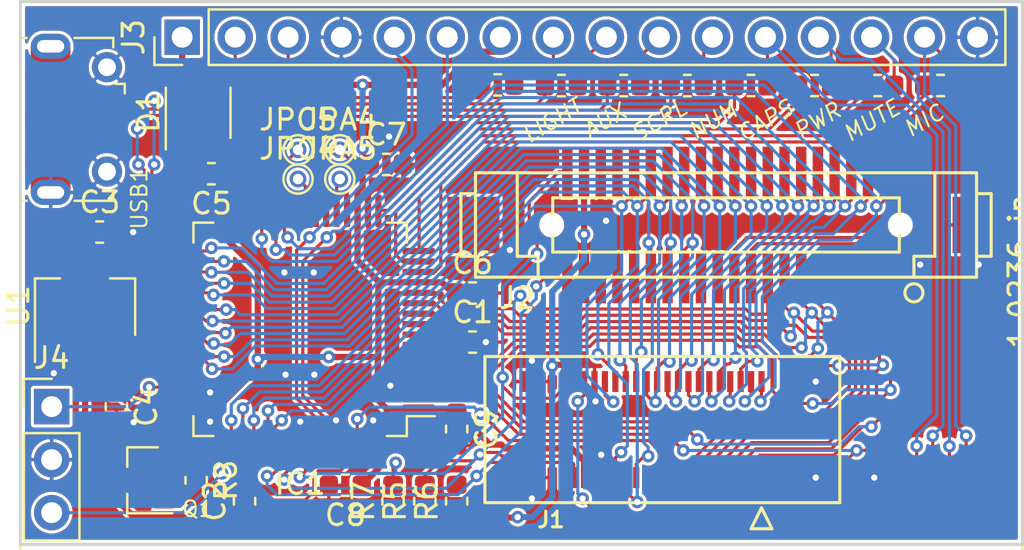
<source format=kicad_pcb>
(kicad_pcb (version 20171130) (host pcbnew 5.1.5)
  (layers (0 F.Cu signal) (31 B.Cu signal) (34 B.Paste user hide) (35 F.Paste user hide) (36 B.SilkS user hide) (37 F.SilkS user hide) (38 B.Mask user hide) (39 F.Mask user hide) (44 Edge.Cuts user))
  (net 0 "")
  (net 1 VCC)
  (net 2 GND)
  (net 3 "Net-(IC1-Pad21)")
  (net 4 "Net-(IC1-Pad20)")
  (net 5 "Net-(IC1-Pad25)")
  (net 6 "Net-(IC1-Pad24)")
  (net 7 /TP4_PWR)
  (net 8 /USB_DM)
  (net 9 /USB_DP)
  (net 10 /TP4_DATA)
  (net 11 /LED_MIC_R)
  (net 12 /LED_MIC)
  (net 13 /LED_CAPS)
  (net 14 /LED_CAPS_R)
  (net 15 /TP4_CLK)
  (net 16 /TP4_RESET)
  (net 17 /LED_POWER)
  (net 18 /LED_POWER_R)
  (net 19 /LED_MUTE_R)
  (net 20 /LED_MUTE)
  (net 21 /LED_NUM)
  (net 22 /LED_SCROLL)
  (net 23 /LED_AUX)
  (net 24 /LED_LIGHT)
  (net 25 /SDA/RXD)
  (net 26 /SCL/TXD)
  (net 27 /SWCLK)
  (net 28 /SWDIO)
  (net 29 //RESET)
  (net 30 /DRV14)
  (net 31 /KBD_ID0)
  (net 32 /DRV11)
  (net 33 /DRV0)
  (net 34 /DRV9)
  (net 35 /DRV1)
  (net 36 /DRV10)
  (net 37 /DRV2)
  (net 38 /DRV7)
  (net 39 /DRV3)
  (net 40 /DRV6)
  (net 41 /DRV8)
  (net 42 /DRV5)
  (net 43 /DRV4)
  (net 44 /SENSE6)
  (net 45 /SENSE1)
  (net 46 /SENSE4)
  (net 47 /SENSE2)
  (net 48 /SENSE3)
  (net 49 /SENSE0)
  (net 50 /SENSE5)
  (net 51 /HOTKEY)
  (net 52 /SENSE7)
  (net 53 /PWRSWITCH)
  (net 54 /DRV13)
  (net 55 /DRV15)
  (net 56 /KBD_ID2)
  (net 57 /DRV12)
  (net 58 /KBD_ID1)
  (net 59 /LED_AUX_R)
  (net 60 /LED_LIGHT_R)
  (net 61 /LED_NUM_R)
  (net 62 /LED_SCROLL_R)
  (net 63 /+5V_TP)
  (net 64 /VBUS)
  (module Connector_PinHeader_2.54mm:PinHeader_1x16_P2.54mm_Vertical (layer F.Cu) (at 67.75 60.706 90)
    (fp_text reference J3 (at 0 -2.33 90) (layer F.SilkS))
    (fp_text value CONN_01X16)
    (pad 1 thru_hole rect (at 0 0 90) (size 1.7 1.7) (drill 1) (layers *.Cu *.Mask) (net 64 /VBUS))
    (pad 2 thru_hole oval (at 0 2.54 90) (size 1.7 1.7) (drill 1) (layers *.Cu *.Mask) (net 8 /USB_DM))
    (pad 3 thru_hole oval (at 0 5.08 90) (size 1.7 1.7) (drill 1) (layers *.Cu *.Mask) (net 9 /USB_DP))
    (pad 4 thru_hole oval (at 0 7.62 90) (size 1.7 1.7) (drill 1) (layers *.Cu *.Mask) (net 2 GND))
    (pad 5 thru_hole oval (at 0 10.16 90) (size 1.7 1.7) (drill 1) (layers *.Cu *.Mask) (net 26 /SCL/TXD))
    (pad 6 thru_hole oval (at 0 12.7 90) (size 1.7 1.7) (drill 1) (layers *.Cu *.Mask) (net 25 /SDA/RXD))
    (pad 7 thru_hole oval (at 0 15.24 90) (size 1.7 1.7) (drill 1) (layers *.Cu *.Mask) (net 1 VCC))
    (pad 8 thru_hole oval (at 0 17.78 90) (size 1.7 1.7) (drill 1) (layers *.Cu *.Mask) (net 60 /LED_LIGHT_R))
    (pad 9 thru_hole oval (at 0 20.32 90) (size 1.7 1.7) (drill 1) (layers *.Cu *.Mask) (net 59 /LED_AUX_R))
    (pad 10 thru_hole oval (at 0 22.86 90) (size 1.7 1.7) (drill 1) (layers *.Cu *.Mask) (net 62 /LED_SCROLL_R))
    (pad 11 thru_hole oval (at 0 25.4 90) (size 1.7 1.7) (drill 1) (layers *.Cu *.Mask) (net 61 /LED_NUM_R))
    (pad 12 thru_hole oval (at 0 27.94 90) (size 1.7 1.7) (drill 1) (layers *.Cu *.Mask) (net 14 /LED_CAPS_R))
    (pad 13 thru_hole oval (at 0 30.48 90) (size 1.7 1.7) (drill 1) (layers *.Cu *.Mask) (net 18 /LED_POWER_R))
    (pad 14 thru_hole oval (at 0 33.02 90) (size 1.7 1.7) (drill 1) (layers *.Cu *.Mask) (net 19 /LED_MUTE_R))
    (pad 15 thru_hole oval (at 0 35.56 90) (size 1.7 1.7) (drill 1) (layers *.Cu *.Mask) (net 11 /LED_MIC_R))
    (pad 16 thru_hole oval (at 0 38.1 90) (size 1.7 1.7) (drill 1) (layers *.Cu *.Mask) (net 2 GND))
  )
  (module TestPoint:TestPoint_THTPad_D1.0mm_Drill0.5mm (layer F.Cu) (at 75.3 67.5)
    (fp_text reference JPA5 (at 0 -1.448) (layer F.SilkS))
    (fp_text value TEST_1P)
    (pad 1 thru_hole circle (at 0 0) (size 0.8 0.8) (drill 0.5) (layers *.Cu *.Mask) (net 3 "Net-(IC1-Pad21)"))
  )
  (module TestPoint:TestPoint_THTPad_D1.0mm_Drill0.5mm (layer F.Cu) (at 75.3 66.1)
    (fp_text reference JPA4 (at 0 -1.448) (layer F.SilkS))
    (fp_text value TEST_1P)
    (pad 1 thru_hole circle (at 0 0) (size 0.8 0.8) (drill 0.5) (layers *.Cu *.Mask) (net 4 "Net-(IC1-Pad20)"))
  )
  (module TestPoint:TestPoint_THTPad_D1.0mm_Drill0.5mm (layer F.Cu) (at 73.3 66.1)
    (fp_text reference JPC5 (at 0 -1.448) (layer F.SilkS))
    (fp_text value TEST_1P)
    (pad 1 thru_hole circle (at 0 0) (size 0.8 0.8) (drill 0.5) (layers *.Cu *.Mask) (net 5 "Net-(IC1-Pad25)"))
  )
  (module TestPoint:TestPoint_THTPad_D1.0mm_Drill0.5mm (layer F.Cu) (at 73.3 67.5)
    (fp_text reference JPC4 (at 0 -1.448) (layer F.SilkS))
    (fp_text value TEST_1P)
    (pad 1 thru_hole circle (at 0 0) (size 0.8 0.8) (drill 0.5) (layers *.Cu *.Mask) (net 6 "Net-(IC1-Pad24)"))
  )
  (module Resistor_SMD:R_0603_1608Metric (layer F.Cu) (at 98.044 63.021)
    (fp_text reference R2 hide)
    (fp_text value 100R)
    (pad 1 smd roundrect (at -0.7875 0) (size 0.875 0.95) (layers F.Cu F.Paste F.Mask) (net 17 /LED_POWER))
    (pad 2 smd roundrect (at 0.7875 0) (size 0.875 0.95) (layers F.Cu F.Paste F.Mask) (net 18 /LED_POWER_R))
  )
  (module Resistor_SMD:R_0603_1608Metric (layer F.Cu) (at 101.0665 63.021)
    (fp_text reference R1 hide)
    (fp_text value 100R)
    (pad 2 smd roundrect (at 0.7875 0) (size 0.875 0.95) (layers F.Cu F.Paste F.Mask) (net 19 /LED_MUTE_R))
    (pad 1 smd roundrect (at -0.7875 0) (size 0.875 0.95) (layers F.Cu F.Paste F.Mask) (net 20 /LED_MUTE))
  )
  (module Resistor_SMD:R_0603_1608Metric (layer F.Cu) (at 94.996 63.021)
    (fp_text reference R3 hide)
    (fp_text value 100R)
    (pad 2 smd roundrect (at 0.7875 0) (size 0.875 0.95) (layers F.Cu F.Paste F.Mask) (net 14 /LED_CAPS_R))
    (pad 1 smd roundrect (at -0.7875 0) (size 0.875 0.95) (layers F.Cu F.Paste F.Mask) (net 13 /LED_CAPS))
  )
  (module Resistor_SMD:R_0603_1608Metric (layer F.Cu) (at 104.0765 63.021)
    (fp_text reference R4 hide)
    (fp_text value 100R)
    (pad 1 smd roundrect (at -0.7875 0) (size 0.875 0.95) (layers F.Cu F.Paste F.Mask) (net 12 /LED_MIC))
    (pad 2 smd roundrect (at 0.7875 0) (size 0.875 0.95) (layers F.Cu F.Paste F.Mask) (net 11 /LED_MIC_R))
  )
  (module Resistor_SMD:R_0603_1608Metric (layer F.Cu) (at 85.9155 63.021)
    (fp_text reference R9 hide)
    (fp_text value 100R)
    (pad 1 smd roundrect (at -0.7875 0) (size 0.875 0.95) (layers F.Cu F.Paste F.Mask) (net 23 /LED_AUX))
    (pad 2 smd roundrect (at 0.7875 0) (size 0.875 0.95) (layers F.Cu F.Paste F.Mask) (net 59 /LED_AUX_R))
  )
  (module Resistor_SMD:R_0603_1608Metric (layer F.Cu) (at 88.9 63.021)
    (fp_text reference R10 hide)
    (fp_text value 100R)
    (pad 2 smd roundrect (at 0.7875 0) (size 0.875 0.95) (layers F.Cu F.Paste F.Mask) (net 62 /LED_SCROLL_R))
    (pad 1 smd roundrect (at -0.7875 0) (size 0.875 0.95) (layers F.Cu F.Paste F.Mask) (net 22 /LED_SCROLL))
  )
  (module Resistor_SMD:R_0603_1608Metric (layer F.Cu) (at 91.948 63.021)
    (fp_text reference R11 hide)
    (fp_text value 100R)
    (pad 1 smd roundrect (at -0.7875 0) (size 0.875 0.95) (layers F.Cu F.Paste F.Mask) (net 21 /LED_NUM))
    (pad 2 smd roundrect (at 0.7875 0) (size 0.875 0.95) (layers F.Cu F.Paste F.Mask) (net 61 /LED_NUM_R))
  )
  (module 000-Modules:Molex_105017-0001_USB-Micro-B (layer F.Cu) (at 61.8 64.643 270)
    (fp_text reference USB1 (at 3.8 -3.9 270) (layer F.SilkS) (effects (font (size 0.75 0.75) (thickness 0.1))))
    (fp_text value Molex_105017-0001)
    (pad 6 smd rect (at -2.9 0.35 270) (size 1.2 1.9) (layers F.Cu F.Mask) (net 2 GND))
    (pad 6 smd rect (at 2.9 0.35 270) (size 1.2 1.9) (layers F.Cu F.Mask) (net 2 GND))
    (pad 6 thru_hole oval (at 3.5 0.35 270) (size 1.2 1.9) (drill oval 0.6 1.3) (layers *.Cu *.Mask) (net 2 GND))
    (pad 6 thru_hole oval (at -3.5 0.35 90) (size 1.2 1.9) (drill oval 0.6 1.3) (layers *.Cu *.Mask) (net 2 GND))
    (pad 6 smd rect (at -1 0.35 270) (size 1.5 1.9) (layers F.Cu F.Paste F.Mask) (net 2 GND))
    (pad 6 thru_hole circle (at 2.5 -2.35 270) (size 1.45 1.45) (drill 0.85) (layers *.Cu *.Mask) (net 2 GND))
    (pad 3 smd rect (at 0 -2.35 270) (size 0.4 1.35) (layers F.Cu F.Paste F.Mask) (net 9 /USB_DP))
    (pad 4 smd rect (at 0.65 -2.35 270) (size 0.4 1.35) (layers F.Cu F.Paste F.Mask))
    (pad 5 smd rect (at 1.3 -2.35 270) (size 0.4 1.35) (layers F.Cu F.Paste F.Mask) (net 2 GND))
    (pad 1 smd rect (at -1.3 -2.35 270) (size 0.4 1.35) (layers F.Cu F.Paste F.Mask) (net 64 /VBUS))
    (pad 2 smd rect (at -0.65 -2.35 270) (size 0.4 1.35) (layers F.Cu F.Paste F.Mask) (net 8 /USB_DM))
    (pad 6 thru_hole circle (at -2.5 -2.35 270) (size 1.45 1.45) (drill 0.85) (layers *.Cu *.Mask) (net 2 GND))
    (pad 6 smd rect (at 1 0.35 270) (size 1.5 1.9) (layers F.Cu F.Paste F.Mask) (net 2 GND))
  )
  (module 000-Modules:JAE_AA01B-S040VA1 (layer F.Cu) (at 90.75 79.5)
    (fp_text reference J1 (at -5.334 4.318) (layer F.SilkS) (effects (font (size 0.75 0.75))))
    (fp_text value JAE_AA01B-S040VA1)
    (pad 1 smd rect (at 4.75 2.3) (size 0.3 1) (layers F.Cu F.Paste F.Mask) (net 51 /HOTKEY))
    (pad 2 smd rect (at 4.75 -2.3) (size 0.3 1) (layers F.Cu F.Paste F.Mask) (net 43 /DRV4))
    (pad 3 smd rect (at 4.25 2.3) (size 0.3 1) (layers F.Cu F.Paste F.Mask) (net 50 /SENSE5))
    (pad 4 smd rect (at 4.25 -2.3) (size 0.3 1) (layers F.Cu F.Paste F.Mask) (net 42 /DRV5))
    (pad 5 smd rect (at 3.75 2.3) (size 0.3 1) (layers F.Cu F.Paste F.Mask) (net 49 /SENSE0))
    (pad 6 smd rect (at 3.75 -2.3) (size 0.3 1) (layers F.Cu F.Paste F.Mask) (net 41 /DRV8))
    (pad 7 smd rect (at 3.25 2.3) (size 0.3 1) (layers F.Cu F.Paste F.Mask) (net 48 /SENSE3))
    (pad 8 smd rect (at 3.25 -2.3) (size 0.3 1) (layers F.Cu F.Paste F.Mask) (net 40 /DRV6))
    (pad 9 smd rect (at 2.75 2.3) (size 0.3 1) (layers F.Cu F.Paste F.Mask) (net 47 /SENSE2))
    (pad 10 smd rect (at 2.75 -2.3) (size 0.3 1) (layers F.Cu F.Paste F.Mask) (net 39 /DRV3))
    (pad 11 smd rect (at 2.25 2.3) (size 0.3 1) (layers F.Cu F.Paste F.Mask) (net 46 /SENSE4))
    (pad 12 smd rect (at 2.25 -2.3) (size 0.3 1) (layers F.Cu F.Paste F.Mask) (net 38 /DRV7))
    (pad 13 smd rect (at 1.75 2.3) (size 0.3 1) (layers F.Cu F.Paste F.Mask) (net 45 /SENSE1))
    (pad 14 smd rect (at 1.75 -2.3) (size 0.3 1) (layers F.Cu F.Paste F.Mask) (net 37 /DRV2))
    (pad 15 smd rect (at 1.25 2.3) (size 0.3 1) (layers F.Cu F.Paste F.Mask) (net 44 /SENSE6))
    (pad 16 smd rect (at 1.25 -2.3) (size 0.3 1) (layers F.Cu F.Paste F.Mask) (net 36 /DRV10))
    (pad 17 smd rect (at 0.75 2.3) (size 0.3 1) (layers F.Cu F.Paste F.Mask) (net 52 /SENSE7))
    (pad 18 smd rect (at 0.75 -2.3) (size 0.3 1) (layers F.Cu F.Paste F.Mask) (net 35 /DRV1))
    (pad 19 smd rect (at 0.25 2.3) (size 0.3 1) (layers F.Cu F.Paste F.Mask) (net 53 /PWRSWITCH))
    (pad 20 smd rect (at 0.25 -2.3) (size 0.3 1) (layers F.Cu F.Paste F.Mask) (net 34 /DRV9))
    (pad 21 smd rect (at -0.25 2.3) (size 0.3 1) (layers F.Cu F.Paste F.Mask) (net 14 /LED_CAPS_R))
    (pad 22 smd rect (at -0.25 -2.3) (size 0.3 1) (layers F.Cu F.Paste F.Mask) (net 33 /DRV0))
    (pad 23 smd rect (at -0.75 2.3) (size 0.3 1) (layers F.Cu F.Paste F.Mask) (net 18 /LED_POWER_R))
    (pad 24 smd rect (at -0.75 -2.3) (size 0.3 1) (layers F.Cu F.Paste F.Mask) (net 32 /DRV11))
    (pad 25 smd rect (at -1.25 2.3) (size 0.3 1) (layers F.Cu F.Paste F.Mask) (net 31 /KBD_ID0))
    (pad 26 smd rect (at -1.25 -2.3) (size 0.3 1) (layers F.Cu F.Paste F.Mask) (net 30 /DRV14))
    (pad 27 smd rect (at -1.75 2.3) (size 0.3 1) (layers F.Cu F.Paste F.Mask) (net 58 /KBD_ID1))
    (pad 28 smd rect (at -1.75 -2.3) (size 0.3 1) (layers F.Cu F.Paste F.Mask) (net 57 /DRV12))
    (pad 29 smd rect (at -2.25 2.3) (size 0.3 1) (layers F.Cu F.Paste F.Mask) (net 56 /KBD_ID2))
    (pad 30 smd rect (at -2.25 -2.3) (size 0.3 1) (layers F.Cu F.Paste F.Mask) (net 55 /DRV15))
    (pad 31 smd rect (at -2.75 2.3) (size 0.3 1) (layers F.Cu F.Paste F.Mask) (net 2 GND))
    (pad 32 smd rect (at -2.75 -2.3) (size 0.3 1) (layers F.Cu F.Paste F.Mask) (net 54 /DRV13))
    (pad 33 smd rect (at -3.25 2.3) (size 0.3 1) (layers F.Cu F.Paste F.Mask) (net 19 /LED_MUTE_R))
    (pad 34 smd rect (at -3.25 -2.3) (size 0.3 1) (layers F.Cu F.Paste F.Mask) (net 2 GND))
    (pad 35 smd rect (at -3.75 2.3) (size 0.3 1) (layers F.Cu F.Paste F.Mask) (net 1 VCC))
    (pad 36 smd rect (at -3.75 -2.3) (size 0.3 1) (layers F.Cu F.Paste F.Mask) (net 11 /LED_MIC_R))
    (pad 37 smd rect (at -4.25 2.3) (size 0.3 1) (layers F.Cu F.Paste F.Mask) (net 10 /TP4_DATA))
    (pad 38 smd rect (at -4.25 -2.3) (size 0.3 1) (layers F.Cu F.Paste F.Mask) (net 63 /+5V_TP))
    (pad 39 smd rect (at -4.75 2.3) (size 0.3 1) (layers F.Cu F.Paste F.Mask) (net 15 /TP4_CLK))
    (pad 40 smd rect (at -4.75 -2.3) (size 0.3 1) (layers F.Cu F.Paste F.Mask) (net 16 /TP4_RESET))
    (pad 41 smd rect (at 6.25 2.3) (size 1.2 1) (layers F.Cu F.Paste F.Mask) (net 2 GND))
    (pad 42 smd rect (at 6.25 -2.3) (size 1.2 1) (layers F.Cu F.Paste F.Mask) (net 2 GND))
    (pad 44 smd rect (at -6.25 -2.3) (size 1.2 1) (layers F.Cu F.Paste F.Mask) (net 2 GND))
    (pad 43 smd rect (at -6.25 2.3) (size 1.2 1) (layers F.Cu F.Paste F.Mask) (net 2 GND))
  )
  (module 000-Modules:JAE_KX14-40K2D (layer F.Cu) (at 93.8 69.7)
    (fp_text reference J2 (at -10 3.5) (layer F.SilkS))
    (fp_text value JAE_KX14-40K2D)
    (pad 1 smd rect (at 7.6 2.55) (size 0.5 2.4) (layers F.Cu F.Paste F.Mask) (net 51 /HOTKEY))
    (pad 2 smd rect (at 7.6 -2.55) (size 0.5 2.4) (layers F.Cu F.Paste F.Mask) (net 43 /DRV4))
    (pad 3 smd rect (at 6.8 2.55) (size 0.5 2.4) (layers F.Cu F.Paste F.Mask) (net 50 /SENSE5))
    (pad 4 smd rect (at 6.8 -2.55) (size 0.5 2.4) (layers F.Cu F.Paste F.Mask) (net 42 /DRV5))
    (pad 5 smd rect (at 6 2.55) (size 0.5 2.4) (layers F.Cu F.Paste F.Mask) (net 49 /SENSE0))
    (pad 6 smd rect (at 6 -2.55) (size 0.5 2.4) (layers F.Cu F.Paste F.Mask) (net 41 /DRV8))
    (pad 7 smd rect (at 5.2 2.55) (size 0.5 2.4) (layers F.Cu F.Paste F.Mask) (net 48 /SENSE3))
    (pad 8 smd rect (at 5.2 -2.55) (size 0.5 2.4) (layers F.Cu F.Paste F.Mask) (net 40 /DRV6))
    (pad 9 smd rect (at 4.4 2.55) (size 0.5 2.4) (layers F.Cu F.Paste F.Mask) (net 47 /SENSE2))
    (pad 10 smd rect (at 4.4 -2.55) (size 0.5 2.4) (layers F.Cu F.Paste F.Mask) (net 39 /DRV3))
    (pad 11 smd rect (at 3.6 2.55) (size 0.5 2.4) (layers F.Cu F.Paste F.Mask) (net 46 /SENSE4))
    (pad 12 smd rect (at 3.6 -2.55) (size 0.5 2.4) (layers F.Cu F.Paste F.Mask) (net 38 /DRV7))
    (pad 13 smd rect (at 2.8 2.55) (size 0.5 2.4) (layers F.Cu F.Paste F.Mask) (net 45 /SENSE1))
    (pad 14 smd rect (at 2.8 -2.55) (size 0.5 2.4) (layers F.Cu F.Paste F.Mask) (net 37 /DRV2))
    (pad 15 smd rect (at 2 2.55) (size 0.5 2.4) (layers F.Cu F.Paste F.Mask) (net 44 /SENSE6))
    (pad 16 smd rect (at 2 -2.55) (size 0.5 2.4) (layers F.Cu F.Paste F.Mask) (net 36 /DRV10))
    (pad 17 smd rect (at 1.2 2.55) (size 0.5 2.4) (layers F.Cu F.Paste F.Mask) (net 52 /SENSE7))
    (pad 18 smd rect (at 1.2 -2.55) (size 0.5 2.4) (layers F.Cu F.Paste F.Mask) (net 35 /DRV1))
    (pad 19 smd rect (at 0.4 2.55) (size 0.5 2.4) (layers F.Cu F.Paste F.Mask) (net 53 /PWRSWITCH))
    (pad 20 smd rect (at 0.4 -2.55) (size 0.5 2.4) (layers F.Cu F.Paste F.Mask) (net 34 /DRV9))
    (pad 21 smd rect (at -0.4 2.55) (size 0.5 2.4) (layers F.Cu F.Paste F.Mask))
    (pad 22 smd rect (at -0.4 -2.55) (size 0.5 2.4) (layers F.Cu F.Paste F.Mask) (net 33 /DRV0))
    (pad 23 smd rect (at -1.2 2.55) (size 0.5 2.4) (layers F.Cu F.Paste F.Mask))
    (pad 24 smd rect (at -1.2 -2.55) (size 0.5 2.4) (layers F.Cu F.Paste F.Mask) (net 32 /DRV11))
    (pad 25 smd rect (at -2 2.55) (size 0.5 2.4) (layers F.Cu F.Paste F.Mask) (net 31 /KBD_ID0))
    (pad 26 smd rect (at -2 -2.55) (size 0.5 2.4) (layers F.Cu F.Paste F.Mask) (net 30 /DRV14))
    (pad 27 smd rect (at -2.8 2.55) (size 0.5 2.4) (layers F.Cu F.Paste F.Mask) (net 58 /KBD_ID1))
    (pad 28 smd rect (at -2.8 -2.55) (size 0.5 2.4) (layers F.Cu F.Paste F.Mask) (net 57 /DRV12))
    (pad 29 smd rect (at -3.6 2.55) (size 0.5 2.4) (layers F.Cu F.Paste F.Mask) (net 56 /KBD_ID2))
    (pad 30 smd rect (at -3.6 -2.55) (size 0.5 2.4) (layers F.Cu F.Paste F.Mask) (net 55 /DRV15))
    (pad 31 smd rect (at -4.4 2.55) (size 0.5 2.4) (layers F.Cu F.Paste F.Mask) (net 2 GND))
    (pad 32 smd rect (at -4.4 -2.55) (size 0.5 2.4) (layers F.Cu F.Paste F.Mask) (net 54 /DRV13))
    (pad 33 smd rect (at -5.2 2.55) (size 0.5 2.4) (layers F.Cu F.Paste F.Mask))
    (pad 34 smd rect (at -5.2 -2.55) (size 0.5 2.4) (layers F.Cu F.Paste F.Mask) (net 2 GND))
    (pad 35 smd rect (at -6 2.55) (size 0.5 2.4) (layers F.Cu F.Paste F.Mask))
    (pad 36 smd rect (at -6 -2.55) (size 0.5 2.4) (layers F.Cu F.Paste F.Mask) (net 2 GND))
    (pad 37 smd rect (at -6.8 2.55) (size 0.5 2.4) (layers F.Cu F.Paste F.Mask) (net 10 /TP4_DATA))
    (pad 38 smd rect (at -6.8 -2.55) (size 0.5 2.4) (layers F.Cu F.Paste F.Mask) (net 63 /+5V_TP))
    (pad 39 smd rect (at -7.6 2.55) (size 0.5 2.4) (layers F.Cu F.Paste F.Mask) (net 15 /TP4_CLK))
    (pad 40 smd rect (at -7.6 -2.55) (size 0.5 2.4) (layers F.Cu F.Paste F.Mask) (net 16 /TP4_RESET))
    (pad 41 smd rect (at 12.1 0) (size 2.5 2.7) (layers F.Cu F.Paste F.Mask) (net 2 GND))
    (pad 42 smd rect (at -12.1 0) (size 2.5 2.7) (layers F.Cu F.Paste F.Mask) (net 2 GND))
    (pad "" np_thru_hole circle (at -8.35 0) (size 0.9 0.9) (drill 0.9) (layers *.Cu *.Mask))
    (pad "" np_thru_hole circle (at 8.35 0) (size 0.9 0.9) (drill 0.9) (layers *.Cu *.Mask))
  )
  (module Capacitor_SMD:C_0603_1608Metric (layer F.Cu) (at 63.8 70.0405)
    (fp_text reference C3 (at 0 -1.43) (layer F.SilkS))
    (fp_text value 10u)
    (pad 1 smd roundrect (at -0.7875 0) (size 0.875 0.95) (layers F.Cu F.Paste F.Mask) (net 64 /VBUS))
    (pad 2 smd roundrect (at 0.7875 0) (size 0.875 0.95) (layers F.Cu F.Paste F.Mask) (net 2 GND))
  )
  (module Capacitor_SMD:C_0603_1608Metric (layer F.Cu) (at 64.6 78.4 270)
    (fp_text reference C4 (at 0 -1.43 90) (layer F.SilkS))
    (fp_text value 10u)
    (pad 2 smd roundrect (at 0.7875 0 270) (size 0.875 0.95) (layers F.Cu F.Paste F.Mask) (net 2 GND))
    (pad 1 smd roundrect (at -0.7875 0 270) (size 0.875 0.95) (layers F.Cu F.Paste F.Mask) (net 1 VCC))
  )
  (module Package_TO_SOT_SMD:SOT-89-3 (layer F.Cu) (at 63.1 74.04 90)
    (fp_text reference U1 (at 0.45 -3.2 90) (layer F.SilkS))
    (fp_text value MCP1700T-3302E/MB)
    (pad 2 smd trapezoid (at 2.667 0) (size 1.6 0.85) (rect_delta 0 0.6) (layers F.Cu F.Paste F.Mask) (net 64 /VBUS))
    (pad 1 smd rect (at -1.48 -1.5) (size 1 1.5) (layers F.Cu F.Paste F.Mask) (net 2 GND))
    (pad 2 smd rect (at -1.3335 0) (size 1 1.8) (layers F.Cu F.Paste F.Mask) (net 64 /VBUS))
    (pad 3 smd rect (at -1.48 1.5) (size 1 1.5) (layers F.Cu F.Paste F.Mask) (net 1 VCC))
    (pad 2 smd rect (at 1.3335 0) (size 2.2 1.84) (layers F.Cu F.Paste F.Mask) (net 64 /VBUS))
    (pad 2 smd trapezoid (at -0.0762 0 180) (size 1.5 1) (rect_delta 0 0.7) (layers F.Cu F.Paste F.Mask) (net 64 /VBUS))
  )
  (module Package_TO_SOT_SMD:SOT-23 (layer F.Cu) (at 65.88 81.93 180)
    (fp_text reference Q1 (at -2.62 -1.37 180) (layer F.SilkS) (effects (font (size 0.75 0.75) (thickness 0.1))))
    (fp_text value IRLML6402)
    (pad 1 smd rect (at -1 -0.95 180) (size 0.9 0.8) (layers F.Cu F.Paste F.Mask) (net 7 /TP4_PWR))
    (pad 2 smd rect (at -1 0.95 180) (size 0.9 0.8) (layers F.Cu F.Paste F.Mask) (net 64 /VBUS))
    (pad 3 smd rect (at 1 0 180) (size 0.9 0.8) (layers F.Cu F.Paste F.Mask) (net 63 /+5V_TP))
  )
  (module Package_TO_SOT_SMD:SOT-143 (layer F.Cu) (at 68.5165 64.3255 90)
    (fp_text reference D1 (at 0.02 -2.38 90) (layer F.SilkS))
    (fp_text value PRTR5V0U2X)
    (pad 1 smd rect (at -1.1 -0.77) (size 1.2 1.4) (layers F.Cu F.Paste F.Mask) (net 2 GND))
    (pad 2 smd rect (at -1.1 0.95) (size 1 1.4) (layers F.Cu F.Paste F.Mask) (net 9 /USB_DP))
    (pad 3 smd rect (at 1.1 0.95) (size 1 1.4) (layers F.Cu F.Paste F.Mask) (net 8 /USB_DM))
    (pad 4 smd rect (at 1.1 -0.95) (size 1 1.4) (layers F.Cu F.Paste F.Mask) (net 64 /VBUS))
  )
  (module Package_QFP:LQFP-64_10x10mm_P0.5mm (layer F.Cu) (at 73.4 74.7 180)
    (fp_text reference IC1 (at 0 -7.4) (layer F.SilkS))
    (fp_text value STM32L052R6Tx)
    (pad 1 smd roundrect (at -5.675 -3.75 180) (size 1.55 0.3) (layers F.Cu F.Paste F.Mask) (net 1 VCC))
    (pad 2 smd roundrect (at -5.675 -3.25 180) (size 1.55 0.3) (layers F.Cu F.Paste F.Mask) (net 52 /SENSE7))
    (pad 3 smd roundrect (at -5.675 -2.75 180) (size 1.55 0.3) (layers F.Cu F.Paste F.Mask) (net 51 /HOTKEY))
    (pad 4 smd roundrect (at -5.675 -2.25 180) (size 1.55 0.3) (layers F.Cu F.Paste F.Mask) (net 50 /SENSE5))
    (pad 5 smd roundrect (at -5.675 -1.75 180) (size 1.55 0.3) (layers F.Cu F.Paste F.Mask) (net 49 /SENSE0))
    (pad 6 smd roundrect (at -5.675 -1.25 180) (size 1.55 0.3) (layers F.Cu F.Paste F.Mask) (net 48 /SENSE3))
    (pad 7 smd roundrect (at -5.675 -0.75 180) (size 1.55 0.3) (layers F.Cu F.Paste F.Mask) (net 29 //RESET))
    (pad 8 smd roundrect (at -5.675 -0.25 180) (size 1.55 0.3) (layers F.Cu F.Paste F.Mask) (net 47 /SENSE2))
    (pad 9 smd roundrect (at -5.675 0.25 180) (size 1.55 0.3) (layers F.Cu F.Paste F.Mask) (net 46 /SENSE4))
    (pad 10 smd roundrect (at -5.675 0.75 180) (size 1.55 0.3) (layers F.Cu F.Paste F.Mask) (net 45 /SENSE1))
    (pad 11 smd roundrect (at -5.675 1.25 180) (size 1.55 0.3) (layers F.Cu F.Paste F.Mask) (net 44 /SENSE6))
    (pad 12 smd roundrect (at -5.675 1.75 180) (size 1.55 0.3) (layers F.Cu F.Paste F.Mask) (net 2 GND))
    (pad 13 smd roundrect (at -5.675 2.25 180) (size 1.55 0.3) (layers F.Cu F.Paste F.Mask) (net 1 VCC))
    (pad 14 smd roundrect (at -5.675 2.75 180) (size 1.55 0.3) (layers F.Cu F.Paste F.Mask) (net 12 /LED_MIC))
    (pad 15 smd roundrect (at -5.675 3.25 180) (size 1.55 0.3) (layers F.Cu F.Paste F.Mask) (net 17 /LED_POWER))
    (pad 16 smd roundrect (at -5.675 3.75 180) (size 1.55 0.3) (layers F.Cu F.Paste F.Mask) (net 20 /LED_MUTE))
    (pad 17 smd roundrect (at -3.75 5.675 180) (size 0.3 1.55) (layers F.Cu F.Paste F.Mask) (net 13 /LED_CAPS))
    (pad 18 smd roundrect (at -3.25 5.675 180) (size 0.3 1.55) (layers F.Cu F.Paste F.Mask) (net 2 GND))
    (pad 19 smd roundrect (at -2.75 5.675 180) (size 0.3 1.55) (layers F.Cu F.Paste F.Mask) (net 1 VCC))
    (pad 20 smd roundrect (at -2.25 5.675 180) (size 0.3 1.55) (layers F.Cu F.Paste F.Mask) (net 4 "Net-(IC1-Pad20)"))
    (pad 21 smd roundrect (at -1.75 5.675 180) (size 0.3 1.55) (layers F.Cu F.Paste F.Mask) (net 3 "Net-(IC1-Pad21)"))
    (pad 22 smd roundrect (at -1.25 5.675 180) (size 0.3 1.55) (layers F.Cu F.Paste F.Mask) (net 21 /LED_NUM))
    (pad 23 smd roundrect (at -0.75 5.675 180) (size 0.3 1.55) (layers F.Cu F.Paste F.Mask) (net 22 /LED_SCROLL))
    (pad 24 smd roundrect (at -0.25 5.675 180) (size 0.3 1.55) (layers F.Cu F.Paste F.Mask) (net 6 "Net-(IC1-Pad24)"))
    (pad 25 smd roundrect (at 0.25 5.675 180) (size 0.3 1.55) (layers F.Cu F.Paste F.Mask) (net 5 "Net-(IC1-Pad25)"))
    (pad 26 smd roundrect (at 0.75 5.675 180) (size 0.3 1.55) (layers F.Cu F.Paste F.Mask) (net 43 /DRV4))
    (pad 27 smd roundrect (at 1.25 5.675 180) (size 0.3 1.55) (layers F.Cu F.Paste F.Mask) (net 42 /DRV5))
    (pad 28 smd roundrect (at 1.75 5.675 180) (size 0.3 1.55) (layers F.Cu F.Paste F.Mask) (net 41 /DRV8))
    (pad 29 smd roundrect (at 2.25 5.675 180) (size 0.3 1.55) (layers F.Cu F.Paste F.Mask) (net 23 /LED_AUX))
    (pad 30 smd roundrect (at 2.75 5.675 180) (size 0.3 1.55) (layers F.Cu F.Paste F.Mask) (net 24 /LED_LIGHT))
    (pad 31 smd roundrect (at 3.25 5.675 180) (size 0.3 1.55) (layers F.Cu F.Paste F.Mask) (net 2 GND))
    (pad 32 smd roundrect (at 3.75 5.675 180) (size 0.3 1.55) (layers F.Cu F.Paste F.Mask) (net 1 VCC))
    (pad 33 smd roundrect (at 5.675 3.75 180) (size 1.55 0.3) (layers F.Cu F.Paste F.Mask) (net 40 /DRV6))
    (pad 34 smd roundrect (at 5.675 3.25 180) (size 1.55 0.3) (layers F.Cu F.Paste F.Mask) (net 39 /DRV3))
    (pad 35 smd roundrect (at 5.675 2.75 180) (size 1.55 0.3) (layers F.Cu F.Paste F.Mask) (net 38 /DRV7))
    (pad 36 smd roundrect (at 5.675 2.25 180) (size 1.55 0.3) (layers F.Cu F.Paste F.Mask) (net 37 /DRV2))
    (pad 37 smd roundrect (at 5.675 1.75 180) (size 1.55 0.3) (layers F.Cu F.Paste F.Mask) (net 36 /DRV10))
    (pad 38 smd roundrect (at 5.675 1.25 180) (size 1.55 0.3) (layers F.Cu F.Paste F.Mask) (net 35 /DRV1))
    (pad 39 smd roundrect (at 5.675 0.75 180) (size 1.55 0.3) (layers F.Cu F.Paste F.Mask) (net 34 /DRV9))
    (pad 40 smd roundrect (at 5.675 0.25 180) (size 1.55 0.3) (layers F.Cu F.Paste F.Mask) (net 33 /DRV0))
    (pad 41 smd roundrect (at 5.675 -0.25 180) (size 1.55 0.3) (layers F.Cu F.Paste F.Mask) (net 32 /DRV11))
    (pad 42 smd roundrect (at 5.675 -0.75 180) (size 1.55 0.3) (layers F.Cu F.Paste F.Mask) (net 31 /KBD_ID0))
    (pad 43 smd roundrect (at 5.675 -1.25 180) (size 1.55 0.3) (layers F.Cu F.Paste F.Mask) (net 30 /DRV14))
    (pad 44 smd roundrect (at 5.675 -1.75 180) (size 1.55 0.3) (layers F.Cu F.Paste F.Mask) (net 8 /USB_DM))
    (pad 45 smd roundrect (at 5.675 -2.25 180) (size 1.55 0.3) (layers F.Cu F.Paste F.Mask) (net 9 /USB_DP))
    (pad 46 smd roundrect (at 5.675 -2.75 180) (size 1.55 0.3) (layers F.Cu F.Paste F.Mask) (net 28 /SWDIO))
    (pad 47 smd roundrect (at 5.675 -3.25 180) (size 1.55 0.3) (layers F.Cu F.Paste F.Mask) (net 2 GND))
    (pad 48 smd roundrect (at 5.675 -3.75 180) (size 1.55 0.3) (layers F.Cu F.Paste F.Mask) (net 1 VCC))
    (pad 49 smd roundrect (at 3.75 -5.675 180) (size 0.3 1.55) (layers F.Cu F.Paste F.Mask) (net 27 /SWCLK))
    (pad 50 smd roundrect (at 3.25 -5.675 180) (size 0.3 1.55) (layers F.Cu F.Paste F.Mask) (net 58 /KBD_ID1))
    (pad 51 smd roundrect (at 2.75 -5.675 180) (size 0.3 1.55) (layers F.Cu F.Paste F.Mask) (net 57 /DRV12))
    (pad 52 smd roundrect (at 2.25 -5.675 180) (size 0.3 1.55) (layers F.Cu F.Paste F.Mask) (net 56 /KBD_ID2))
    (pad 53 smd roundrect (at 1.75 -5.675 180) (size 0.3 1.55) (layers F.Cu F.Paste F.Mask) (net 55 /DRV15))
    (pad 54 smd roundrect (at 1.25 -5.675 180) (size 0.3 1.55) (layers F.Cu F.Paste F.Mask) (net 54 /DRV13))
    (pad 55 smd roundrect (at 0.75 -5.675 180) (size 0.3 1.55) (layers F.Cu F.Paste F.Mask) (net 15 /TP4_CLK))
    (pad 56 smd roundrect (at 0.25 -5.675 180) (size 0.3 1.55) (layers F.Cu F.Paste F.Mask) (net 10 /TP4_DATA))
    (pad 57 smd roundrect (at -0.25 -5.675 180) (size 0.3 1.55) (layers F.Cu F.Paste F.Mask) (net 16 /TP4_RESET))
    (pad 58 smd roundrect (at -0.75 -5.675 180) (size 0.3 1.55) (layers F.Cu F.Paste F.Mask) (net 26 /SCL/TXD))
    (pad 59 smd roundrect (at -1.25 -5.675 180) (size 0.3 1.55) (layers F.Cu F.Paste F.Mask) (net 25 /SDA/RXD))
    (pad 60 smd roundrect (at -1.75 -5.675 180) (size 0.3 1.55) (layers F.Cu F.Paste F.Mask) (net 2 GND))
    (pad 61 smd roundrect (at -2.25 -5.675 180) (size 0.3 1.55) (layers F.Cu F.Paste F.Mask) (net 7 /TP4_PWR))
    (pad 62 smd roundrect (at -2.75 -5.675 180) (size 0.3 1.55) (layers F.Cu F.Paste F.Mask) (net 53 /PWRSWITCH))
    (pad 63 smd roundrect (at -3.25 -5.675 180) (size 0.3 1.55) (layers F.Cu F.Paste F.Mask) (net 2 GND))
    (pad 64 smd roundrect (at -3.75 -5.675 180) (size 0.3 1.55) (layers F.Cu F.Paste F.Mask) (net 1 VCC))
  )
  (module Connector_PinHeader_2.54mm:PinHeader_1x03_P2.54mm_Vertical (layer F.Cu) (at 61.5 78.4)
    (fp_text reference J4 (at 0 -2.33) (layer F.SilkS))
    (fp_text value CONN_01X03)
    (pad 1 thru_hole rect (at 0 0) (size 1.7 1.7) (drill 1) (layers *.Cu *.Mask) (net 28 /SWDIO))
    (pad 2 thru_hole oval (at 0 2.54) (size 1.7 1.7) (drill 1) (layers *.Cu *.Mask) (net 2 GND))
    (pad 3 thru_hole oval (at 0 5.08) (size 1.7 1.7) (drill 1) (layers *.Cu *.Mask) (net 27 /SWCLK))
  )
  (module Capacitor_SMD:C_0603_1608Metric (layer F.Cu) (at 81.661 75.311)
    (fp_text reference C1 (at 0 -1.43) (layer F.SilkS))
    (fp_text value 100n)
    (pad 1 smd roundrect (at -0.7875 0) (size 0.875 0.95) (layers F.Cu F.Paste F.Mask) (net 29 //RESET))
    (pad 2 smd roundrect (at 0.7875 0) (size 0.875 0.95) (layers F.Cu F.Paste F.Mask) (net 2 GND))
  )
  (module Capacitor_SMD:C_0603_1608Metric (layer F.Cu) (at 70.739 82.931 90)
    (fp_text reference C2 (at 0 -1.43 90) (layer F.SilkS))
    (fp_text value 100n)
    (pad 2 smd roundrect (at 0.7875 0 90) (size 0.875 0.95) (layers F.Cu F.Paste F.Mask) (net 2 GND))
    (pad 1 smd roundrect (at -0.7875 0 90) (size 0.875 0.95) (layers F.Cu F.Paste F.Mask) (net 63 /+5V_TP))
  )
  (module Capacitor_SMD:C_0603_1608Metric (layer F.Cu) (at 69.15 67.2465 180)
    (fp_text reference C5 (at 0 -1.43) (layer F.SilkS))
    (fp_text value 100n)
    (pad 1 smd roundrect (at -0.7875 0 180) (size 0.875 0.95) (layers F.Cu F.Paste F.Mask) (net 1 VCC))
    (pad 2 smd roundrect (at 0.7875 0 180) (size 0.875 0.95) (layers F.Cu F.Paste F.Mask) (net 2 GND))
  )
  (module Capacitor_SMD:C_0603_1608Metric (layer F.Cu) (at 81.661 72.9615)
    (fp_text reference C6 (at 0 -1.43) (layer F.SilkS))
    (fp_text value 100n)
    (pad 1 smd roundrect (at -0.7875 0) (size 0.875 0.95) (layers F.Cu F.Paste F.Mask) (net 1 VCC))
    (pad 2 smd roundrect (at 0.7875 0) (size 0.875 0.95) (layers F.Cu F.Paste F.Mask) (net 2 GND))
  )
  (module Capacitor_SMD:C_0603_1608Metric (layer F.Cu) (at 77.5335 66.802)
    (fp_text reference C7 (at 0 -1.43) (layer F.SilkS))
    (fp_text value 100n)
    (pad 2 smd roundrect (at 0.7875 0) (size 0.875 0.95) (layers F.Cu F.Paste F.Mask) (net 2 GND))
    (pad 1 smd roundrect (at -0.7875 0) (size 0.875 0.95) (layers F.Cu F.Paste F.Mask) (net 1 VCC))
  )
  (module Capacitor_SMD:C_0603_1608Metric (layer F.Cu) (at 75.565 82.169 180)
    (fp_text reference C8 (at 0 -1.43) (layer F.SilkS))
    (fp_text value 100n)
    (pad 1 smd roundrect (at -0.7875 0 180) (size 0.875 0.95) (layers F.Cu F.Paste F.Mask) (net 1 VCC))
    (pad 2 smd roundrect (at 0.7875 0 180) (size 0.875 0.95) (layers F.Cu F.Paste F.Mask) (net 2 GND))
  )
  (module Capacitor_SMD:C_0603_1608Metric (layer F.Cu) (at 80.899 79.4765 270)
    (fp_text reference C9 (at 0 -1.43 90) (layer F.SilkS))
    (fp_text value 100n)
    (pad 2 smd roundrect (at 0.7875 0 270) (size 0.875 0.95) (layers F.Cu F.Paste F.Mask) (net 2 GND))
    (pad 1 smd roundrect (at -0.7875 0 270) (size 0.875 0.95) (layers F.Cu F.Paste F.Mask) (net 1 VCC))
  )
  (module Resistor_SMD:R_0603_1608Metric (layer F.Cu) (at 79.375 82.931 90)
    (fp_text reference R5 (at 0 -1.43 90) (layer F.SilkS))
    (fp_text value 4k7)
    (pad 1 smd roundrect (at -0.7875 0 90) (size 0.875 0.95) (layers F.Cu F.Paste F.Mask) (net 63 /+5V_TP))
    (pad 2 smd roundrect (at 0.7875 0 90) (size 0.875 0.95) (layers F.Cu F.Paste F.Mask) (net 10 /TP4_DATA))
  )
  (module Resistor_SMD:R_0603_1608Metric (layer F.Cu) (at 80.899 82.931 90)
    (fp_text reference R6 (at 0 -1.43 90) (layer F.SilkS))
    (fp_text value 4k7)
    (pad 2 smd roundrect (at 0.7875 0 90) (size 0.875 0.95) (layers F.Cu F.Paste F.Mask) (net 15 /TP4_CLK))
    (pad 1 smd roundrect (at -0.7875 0 90) (size 0.875 0.95) (layers F.Cu F.Paste F.Mask) (net 63 /+5V_TP))
  )
  (module Resistor_SMD:R_0603_1608Metric (layer F.Cu) (at 77.851 82.931 90)
    (fp_text reference R7 (at 0 -1.43 90) (layer F.SilkS))
    (fp_text value 4k7)
    (pad 1 smd roundrect (at -0.7875 0 90) (size 0.875 0.95) (layers F.Cu F.Paste F.Mask) (net 63 /+5V_TP))
    (pad 2 smd roundrect (at 0.7875 0 90) (size 0.875 0.95) (layers F.Cu F.Paste F.Mask) (net 16 /TP4_RESET))
  )
  (module Resistor_SMD:R_0603_1608Metric (layer F.Cu) (at 68.42 81.93 270)
    (fp_text reference R8 (at 0 -1.43 90) (layer F.SilkS))
    (fp_text value 4k7)
    (pad 2 smd roundrect (at 0.7875 0 270) (size 0.875 0.95) (layers F.Cu F.Paste F.Mask) (net 7 /TP4_PWR))
    (pad 1 smd roundrect (at -0.7875 0 270) (size 0.875 0.95) (layers F.Cu F.Paste F.Mask) (net 64 /VBUS))
  )
  (module Resistor_SMD:R_0603_1608Metric (layer F.Cu) (at 82.8675 62.992)
    (fp_text reference R12 hide)
    (fp_text value 100R)
    (pad 2 smd roundrect (at 0.7875 0) (size 0.875 0.95) (layers F.Cu F.Paste F.Mask) (net 60 /LED_LIGHT_R))
    (pad 1 smd roundrect (at -0.7875 0) (size 0.875 0.95) (layers F.Cu F.Paste F.Mask) (net 24 /LED_LIGHT))
  )
  (gr_line (start 60 59) (end 108 59) (layer Edge.Cuts) (width 0.15))
  (gr_line (start 60 85) (end 60 59) (layer Edge.Cuts) (width 0.15))
  (gr_line (start 108 85) (end 60 85) (layer Edge.Cuts) (width 0.15))
  (gr_line (start 108 59) (end 108 85) (layer Edge.Cuts) (width 0.15))
  (dimension 26 (width 0.15) (layer F.SilkS) (gr_text "26,000 mm" (at 110.3 71.928 90) (layer F.SilkS) (effects (font (size 1 1) (thickness 0.15)))) (feature1 (pts (xy 108 58.928) (xy 109.586421 58.928))) (feature2 (pts (xy 108 84.928) (xy 109.586421 84.928))) (crossbar (pts (xy 109 84.928) (xy 109 58.928))) (arrow1a (pts (xy 109 58.928) (xy 109.586421 60.054504))) (arrow1b (pts (xy 109 58.928) (xy 108.413579 60.054504))) (arrow2a (pts (xy 109 84.928) (xy 109.586421 83.801496))) (arrow2b (pts (xy 109 84.928) (xy 108.413579 83.801496))))
  (dimension 48 (width 0.15) (layer F.SilkS) (gr_text "48,000 mm" (at 84 90.3) (layer F.SilkS) (effects (font (size 1 1) (thickness 0.15)))) (feature1 (pts (xy 60 85) (xy 60 89.586421))) (feature2 (pts (xy 108 85) (xy 108 89.586421))) (crossbar (pts (xy 108 89) (xy 60 89))) (arrow1a (pts (xy 60 89) (xy 61.126504 88.413579))) (arrow1b (pts (xy 60 89) (xy 61.126504 89.586421))) (arrow2a (pts (xy 108 89) (xy 106.873496 88.413579))) (arrow2b (pts (xy 108 89) (xy 106.873496 89.586421))))
  (gr_text MIC (at 103.3 64.7 30) (layer F.SilkS) (effects (font (size 0.75 0.75) (thickness 0.1) italic)))
  (gr_text MUTE (at 100.8 64.7 30) (layer F.SilkS) (effects (font (size 0.75 0.75) (thickness 0.1) italic)))
  (gr_text PWR (at 98.2 64.7 30) (layer F.SilkS) (effects (font (size 0.75 0.75) (thickness 0.1) italic)))
  (gr_text CAPS (at 95.7 64.7 30) (layer F.SilkS) (effects (font (size 0.75 0.75) (thickness 0.1) italic)))
  (gr_text NUM (at 93.2 64.7 30) (layer F.SilkS) (effects (font (size 0.75 0.75) (thickness 0.1) italic)))
  (gr_text SCRL (at 90.6 64.7 30) (layer F.SilkS) (effects (font (size 0.75 0.75) (thickness 0.1) italic)))
  (gr_text AUX (at 88 64.7 30) (layer F.SilkS) (effects (font (size 0.75 0.75) (thickness 0.1) italic)))
  (gr_text LIGHT (at 85.5 64.7 30) (layer F.SilkS) (effects (font (size 0.75 0.75) (thickness 0.1) italic)))
  (via (at 74.775 76.024999) (size 0.6) (drill 0.3) (layers F.Cu B.Cu) (net 1))
  (segment (start 77.125001 76.024999) (end 77.15 76) (width 0.3) (layer F.Cu) (net 1))
  (segment (start 74.775 76.024999) (end 77.125001 76.024999) (width 0.3) (layer F.Cu) (net 1))
  (segment (start 77.15 76) (end 77.15 72.4) (width 0.3) (layer F.Cu) (net 1))
  (segment (start 77.55 79.625) (end 77.55 78.5) (width 0.3) (layer F.Cu) (net 1))
  (segment (start 77.15 80.025) (end 77.55 79.625) (width 0.3) (layer F.Cu) (net 1))
  (segment (start 77.15 80.4) (end 77.15 80.025) (width 0.3) (layer F.Cu) (net 1))
  (segment (start 77.15 80.4) (end 77.15 80) (width 0.3) (layer F.Cu) (net 1))
  (segment (start 79.1 72.45) (end 77.2 72.45) (width 0.3) (layer F.Cu) (net 1))
  (segment (start 77.2 72.45) (end 77.15 72.4) (width 0.3) (layer F.Cu) (net 1))
  (segment (start 77.123995 76.026005) (end 77.123995 78.073995) (width 0.3) (layer F.Cu) (net 1))
  (segment (start 77.123995 78.073995) (end 77.55 78.5) (width 0.3) (layer F.Cu) (net 1))
  (segment (start 77.15 76) (end 77.123995 76.026005) (width 0.3) (layer F.Cu) (net 1))
  (segment (start 80.197 72.45) (end 80.7085 72.9615) (width 0.3) (layer F.Cu) (net 1))
  (segment (start 79.075 72.45) (end 80.197 72.45) (width 0.3) (layer F.Cu) (net 1))
  (segment (start 69.65 67.534) (end 69.9375 67.2465) (width 0.3) (layer F.Cu) (net 1))
  (segment (start 69.65 69.025) (end 69.65 67.534) (width 0.3) (layer F.Cu) (net 1))
  (segment (start 77.15 81.3715) (end 77.15 80.375) (width 0.3) (layer F.Cu) (net 1))
  (segment (start 76.3525 82.169) (end 77.15 81.3715) (width 0.3) (layer F.Cu) (net 1))
  (segment (start 87 81) (end 87 81.8) (width 0.3) (layer F.Cu) (net 1))
  (segment (start 86.399977 80.399977) (end 87 81) (width 0.3) (layer F.Cu) (net 1))
  (segment (start 82.506933 80.220933) (end 83.03951 80.220933) (width 0.3) (layer F.Cu) (net 1))
  (segment (start 83.218554 80.399977) (end 86.399977 80.399977) (width 0.3) (layer F.Cu) (net 1))
  (segment (start 83.03951 80.220933) (end 83.218554 80.399977) (width 0.3) (layer F.Cu) (net 1))
  (segment (start 77.55 78.5) (end 80.786 78.5) (width 0.3) (layer F.Cu) (net 1))
  (segment (start 80.786 78.5) (end 82.506933 80.220933) (width 0.3) (layer F.Cu) (net 1))
  (segment (start 71.470087 76.024999) (end 71.372464 76.122622) (width 0.3) (layer B.Cu) (net 1))
  (segment (start 71.372464 71.881874) (end 71.372464 75.698358) (width 0.3) (layer F.Cu) (net 1))
  (segment (start 64.6 75.52) (end 64.6 77.675) (width 0.3) (layer F.Cu) (net 1))
  (segment (start 64.6 77.675) (end 65.375 78.45) (width 0.3) (layer F.Cu) (net 1))
  (via (at 71.372464 76.122622) (size 0.6) (drill 0.3) (layers F.Cu B.Cu) (net 1))
  (segment (start 74.775 76.024999) (end 71.470087 76.024999) (width 0.3) (layer B.Cu) (net 1))
  (segment (start 71.372464 75.698358) (end 71.372464 76.122622) (width 0.3) (layer F.Cu) (net 1))
  (segment (start 69.65 69.025) (end 69.65 70.15941) (width 0.3) (layer F.Cu) (net 1))
  (segment (start 71.372464 76.546886) (end 71.372464 76.122622) (width 0.3) (layer F.Cu) (net 1))
  (segment (start 69.46935 78.45) (end 71.372464 76.546886) (width 0.3) (layer F.Cu) (net 1))
  (segment (start 69.65 70.15941) (end 71.372464 71.881874) (width 0.3) (layer F.Cu) (net 1))
  (segment (start 65.375 78.45) (end 69.46935 78.45) (width 0.3) (layer F.Cu) (net 1))
  (via (at 76.3905 66.040002) (size 0.6) (drill 0.3) (layers F.Cu B.Cu) (net 1))
  (segment (start 76.3905 67.842743) (end 76.3905 66.464266) (width 0.3) (layer F.Cu) (net 1))
  (segment (start 76.15 68.083243) (end 76.3905 67.842743) (width 0.3) (layer F.Cu) (net 1))
  (segment (start 77.15 72.4) (end 76.15 71.4) (width 0.3) (layer F.Cu) (net 1))
  (segment (start 76.3905 66.464266) (end 76.3905 66.040002) (width 0.3) (layer F.Cu) (net 1))
  (segment (start 76.15 71.4) (end 76.15 68.083243) (width 0.3) (layer F.Cu) (net 1))
  (segment (start 76.3905 66.040002) (end 76.3905 62.992) (width 0.3) (layer B.Cu) (net 1))
  (segment (start 75.966236 62.992) (end 76.3905 62.992) (width 0.3) (layer F.Cu) (net 1))
  (segment (start 82.99 61.4) (end 81.7925 61.4) (width 0.3) (layer F.Cu) (net 1))
  (via (at 76.3905 62.992) (size 0.6) (drill 0.3) (layers F.Cu B.Cu) (net 1))
  (segment (start 73.717 62.992) (end 75.966236 62.992) (width 0.3) (layer F.Cu) (net 1))
  (segment (start 81.7925 61.4) (end 80.2005 62.992) (width 0.3) (layer F.Cu) (net 1))
  (segment (start 69.9375 66.7715) (end 73.717 62.992) (width 0.3) (layer F.Cu) (net 1))
  (segment (start 69.9375 67.2465) (end 69.9375 66.7715) (width 0.3) (layer F.Cu) (net 1))
  (segment (start 80.2005 62.992) (end 76.814764 62.992) (width 0.3) (layer F.Cu) (net 1))
  (segment (start 76.814764 62.992) (end 76.3905 62.992) (width 0.3) (layer F.Cu) (net 1))
  (segment (start 87.5 77.2) (end 87.5 78.1) (width 0.3) (layer F.Cu) (net 2))
  (via (at 87.55 78.15) (size 0.6) (drill 0.3) (layers F.Cu B.Cu) (net 2))
  (segment (start 87.5 78.1) (end 87.55 78.15) (width 0.3) (layer F.Cu) (net 2))
  (segment (start 84.5 77.2) (end 84.5 76.2) (width 0.15) (layer F.Cu) (net 2))
  (via (at 84.5 76.2) (size 0.6) (drill 0.3) (layers F.Cu B.Cu) (net 2))
  (segment (start 88.15 69.5) (end 88.05 69.5) (width 0.3) (layer F.Cu) (net 2))
  (segment (start 89.4 70.75) (end 88.15 69.5) (width 0.3) (layer F.Cu) (net 2))
  (segment (start 89.4 72.25) (end 89.4 70.75) (width 0.3) (layer F.Cu) (net 2))
  (segment (start 87.8 69.25) (end 88.05 69.5) (width 0.3) (layer F.Cu) (net 2))
  (segment (start 87.8 67.15) (end 87.8 69.25) (width 0.3) (layer F.Cu) (net 2))
  (via (at 88.05 69.5) (size 0.6) (drill 0.3) (layers F.Cu B.Cu) (net 2))
  (via (at 82.296 75.311) (size 0.6) (drill 0.3) (layers F.Cu B.Cu) (net 2))
  (segment (start 83.45 70.475736) (end 83.45 70.9) (width 0.3) (layer F.Cu) (net 2))
  (segment (start 83.45 69.9) (end 83.45 70.475736) (width 0.3) (layer F.Cu) (net 2))
  (segment (start 83.25 69.7) (end 83.45 69.9) (width 0.3) (layer F.Cu) (net 2))
  (segment (start 81.7 69.7) (end 83.25 69.7) (width 0.3) (layer F.Cu) (net 2))
  (via (at 83.45 70.9) (size 0.6) (drill 0.3) (layers F.Cu B.Cu) (net 2))
  (segment (start 98.1 81.8) (end 100.899994 81.8) (width 0.3) (layer B.Cu) (net 2))
  (via (at 100.899994 81.8) (size 0.6) (drill 0.3) (layers F.Cu B.Cu) (net 2))
  (segment (start 64.6 79.15) (end 65.425006 79.15) (width 0.3) (layer F.Cu) (net 2))
  (via (at 65.425006 79.15) (size 0.6) (drill 0.3) (layers F.Cu B.Cu) (net 2))
  (segment (start 65.399996 70.1) (end 65.4 70.100004) (width 0.3) (layer F.Cu) (net 2))
  (via (at 65.405 70.0405) (size 0.6) (drill 0.3) (layers F.Cu B.Cu) (net 2))
  (segment (start 105.9 71.6) (end 103.1 71.6) (width 0.3) (layer F.Cu) (net 2))
  (via (at 103.1 71.6) (size 0.6) (drill 0.3) (layers F.Cu B.Cu) (net 2))
  (via (at 76.8985 79.0575) (size 0.6) (drill 0.3) (layers F.Cu B.Cu) (net 2))
  (via (at 105.9 71.6) (size 0.6) (drill 0.3) (layers F.Cu B.Cu) (net 2))
  (segment (start 105.9 69.7) (end 105.9 71.6) (width 0.3) (layer F.Cu) (net 2))
  (segment (start 61.6 75.52) (end 61.6 76.8) (width 0.3) (layer F.Cu) (net 2))
  (via (at 61.6 76.8) (size 0.6) (drill 0.3) (layers F.Cu B.Cu) (net 2))
  (segment (start 84.5 81.8) (end 84.5 82.8) (width 0.3) (layer F.Cu) (net 2))
  (via (at 84.5 82.8) (size 0.6) (drill 0.3) (layers F.Cu B.Cu) (net 2))
  (segment (start 97 77.2) (end 98.099994 77.2) (width 0.3) (layer F.Cu) (net 2))
  (via (at 98.099994 77.2) (size 0.6) (drill 0.3) (layers F.Cu B.Cu) (net 2))
  (segment (start 97 81.8) (end 98.1 81.8) (width 0.3) (layer F.Cu) (net 2))
  (via (at 98.1 81.8) (size 0.6) (drill 0.3) (layers F.Cu B.Cu) (net 2))
  (segment (start 61.55 68.4) (end 61.45 68.3) (width 0.3) (layer F.Cu) (net 2))
  (segment (start 105.85 69.65) (end 105.9 69.7) (width 0.3) (layer F.Cu) (net 2))
  (segment (start 87.8 67.15) (end 88.6 67.15) (width 0.3) (layer F.Cu) (net 2))
  (via (at 69.088 77.724) (size 0.6) (drill 0.3) (layers F.Cu B.Cu) (net 2))
  (segment (start 67.7 77.95) (end 68.862 77.95) (width 0.3) (layer F.Cu) (net 2))
  (segment (start 68.862 77.95) (end 69.088 77.724) (width 0.3) (layer F.Cu) (net 2))
  (segment (start 69.088 77.724) (end 69.088 79.121) (width 0.3) (layer B.Cu) (net 2))
  (via (at 69.088 79.121) (size 0.6) (drill 0.3) (layers F.Cu B.Cu) (net 2))
  (via (at 73.406 79.121) (size 0.6) (drill 0.3) (layers F.Cu B.Cu) (net 2))
  (via (at 74.079651 76.870944) (size 0.6) (drill 0.3) (layers F.Cu B.Cu) (net 2))
  (via (at 72.7 76.870944) (size 0.6) (drill 0.3) (layers F.Cu B.Cu) (net 2))
  (segment (start 74.079651 76.870944) (end 72.7 76.870944) (width 0.3) (layer B.Cu) (net 2))
  (segment (start 75.15 80.4) (end 75.1205 80.3705) (width 0.3) (layer F.Cu) (net 2))
  (segment (start 74.079651 76.870944) (end 75.1205 77.911793) (width 0.3) (layer F.Cu) (net 2))
  (segment (start 75.1205 77.911793) (end 75.1205 79.0575) (width 0.3) (layer F.Cu) (net 2))
  (via (at 75.1205 79.0575) (size 0.6) (drill 0.3) (layers F.Cu B.Cu) (net 2))
  (segment (start 75.057 79.121) (end 75.1205 79.0575) (width 0.3) (layer B.Cu) (net 2))
  (segment (start 75.1205 79.481764) (end 75.1205 79.0575) (width 0.3) (layer F.Cu) (net 2))
  (segment (start 75.1205 80.3705) (end 75.1205 79.481764) (width 0.3) (layer F.Cu) (net 2))
  (segment (start 73.406 79.121) (end 75.057 79.121) (width 0.3) (layer B.Cu) (net 2))
  (segment (start 76.65 79.306) (end 76.8985 79.0575) (width 0.3) (layer F.Cu) (net 2))
  (segment (start 76.65 81.035) (end 76.65 79.306) (width 0.3) (layer F.Cu) (net 2))
  (segment (start 88 81.8) (end 88 80.888) (width 0.3) (layer F.Cu) (net 2))
  (segment (start 87.55 80.438) (end 87.8205 80.7085) (width 0.3) (layer B.Cu) (net 2))
  (via (at 87.8205 80.7085) (size 0.6) (drill 0.3) (layers F.Cu B.Cu) (net 2))
  (segment (start 88 80.888) (end 87.8205 80.7085) (width 0.3) (layer F.Cu) (net 2))
  (segment (start 87.55 78.15) (end 87.55 80.438) (width 0.3) (layer B.Cu) (net 2))
  (via (at 77.723996 77.4) (size 0.6) (drill 0.3) (layers F.Cu B.Cu) (net 2))
  (segment (start 76.835 77.4) (end 77.723996 77.4) (width 0.3) (layer B.Cu) (net 2))
  (segment (start 75.1205 79.0575) (end 76.778 77.4) (width 0.3) (layer B.Cu) (net 2))
  (segment (start 76.778 77.4) (end 76.835 77.4) (width 0.3) (layer B.Cu) (net 2))
  (via (at 77.6605 65.4685) (size 0.6) (drill 0.3) (layers F.Cu B.Cu) (net 2))
  (segment (start 76.65 69) (end 76.65 68.219654) (width 0.3) (layer F.Cu) (net 2))
  (segment (start 65.405 70.0405) (end 64.5875 70.0405) (width 0.3) (layer F.Cu) (net 2))
  (segment (start 67.229 65.943) (end 67.7465 65.4255) (width 0.3) (layer F.Cu) (net 2))
  (segment (start 64.15 65.943) (end 67.229 65.943) (width 0.3) (layer F.Cu) (net 2))
  (segment (start 67.7465 66.6305) (end 68.3625 67.2465) (width 0.3) (layer F.Cu) (net 2))
  (segment (start 67.7465 65.4255) (end 67.7465 66.6305) (width 0.3) (layer F.Cu) (net 2))
  (via (at 74.055418 71.974877) (size 0.6) (drill 0.3) (layers F.Cu B.Cu) (net 2))
  (segment (start 72.219736 71.974877) (end 72.644 71.974877) (width 0.3) (layer F.Cu) (net 2))
  (segment (start 74.055418 71.974877) (end 72.644 71.974877) (width 0.3) (layer B.Cu) (net 2))
  (via (at 72.644 71.974877) (size 0.6) (drill 0.3) (layers F.Cu B.Cu) (net 2))
  (segment (start 70.15 69.905141) (end 72.219736 71.974877) (width 0.3) (layer F.Cu) (net 2))
  (segment (start 70.15 69) (end 70.15 69.905141) (width 0.3) (layer F.Cu) (net 2))
  (segment (start 78.067654 66.802) (end 78.321 66.802) (width 0.3) (layer F.Cu) (net 2))
  (segment (start 76.65 68.219654) (end 78.067654 66.802) (width 0.3) (layer F.Cu) (net 2))
  (segment (start 78.321 66.129) (end 77.6605 65.4685) (width 0.3) (layer F.Cu) (net 2))
  (segment (start 78.321 66.802) (end 78.321 66.129) (width 0.3) (layer F.Cu) (net 2))
  (segment (start 61.45 61.743) (end 61.45 63.643) (width 0.3) (layer F.Cu) (net 2))
  (segment (start 75.15 69) (end 75.15 67.65) (width 0.15) (layer F.Cu) (net 3))
  (segment (start 75.15 67.65) (end 75.3 67.5) (width 0.15) (layer F.Cu) (net 3))
  (segment (start 75.65 69.025) (end 75.65 68.052898) (width 0.15) (layer F.Cu) (net 4))
  (segment (start 75.65 68.25) (end 75.65 69.025) (width 0.15) (layer F.Cu) (net 4))
  (segment (start 76.0095 67.693399) (end 75.65 68.052899) (width 0.15) (layer F.Cu) (net 4))
  (segment (start 76.0095 66.8095) (end 76.0095 67.693399) (width 0.15) (layer F.Cu) (net 4))
  (segment (start 75.65 68.052899) (end 75.65 68.25) (width 0.15) (layer F.Cu) (net 4))
  (segment (start 75.3 66.1) (end 76.0095 66.8095) (width 0.15) (layer F.Cu) (net 4))
  (segment (start 72.800001 66.599999) (end 73.3 66.1) (width 0.15) (layer F.Cu) (net 5))
  (segment (start 72.5805 66.8195) (end 72.800001 66.599999) (width 0.15) (layer F.Cu) (net 5))
  (segment (start 72.5805 67.705502) (end 72.5805 66.8195) (width 0.15) (layer F.Cu) (net 5))
  (segment (start 73.15 69.025) (end 73.15 68.275002) (width 0.15) (layer F.Cu) (net 5))
  (segment (start 73.15 68.275002) (end 72.5805 67.705502) (width 0.15) (layer F.Cu) (net 5))
  (segment (start 73.65 69) (end 73.65 67.85) (width 0.15) (layer F.Cu) (net 6))
  (segment (start 73.65 67.85) (end 73.3 67.5) (width 0.15) (layer F.Cu) (net 6))
  (segment (start 66.88 82.88) (end 68.4 82.88) (width 0.15) (layer F.Cu) (net 7))
  (segment (start 68.42 82.38) (end 68.42 82.86) (width 0.15) (layer F.Cu) (net 7))
  (segment (start 68.42 82.86) (end 68.4 82.88) (width 0.15) (layer F.Cu) (net 7))
  (segment (start 75.65 81.05) (end 75.65 80.4) (width 0.15) (layer F.Cu) (net 7))
  (segment (start 74.058001 82.460499) (end 73.6385 82.88) (width 0.15) (layer F.Cu) (net 7))
  (segment (start 73.6385 82.88) (end 68.4 82.88) (width 0.15) (layer F.Cu) (net 7))
  (segment (start 75.65 81.15) (end 75.33101 81.46899) (width 0.15) (layer F.Cu) (net 7))
  (segment (start 75.65 80.375) (end 75.65 81.15) (width 0.15) (layer F.Cu) (net 7))
  (segment (start 75.33101 81.46899) (end 74.272223 81.46899) (width 0.15) (layer F.Cu) (net 7))
  (segment (start 74.272223 81.46899) (end 74.058001 81.683212) (width 0.15) (layer F.Cu) (net 7))
  (segment (start 74.058001 81.683212) (end 74.058001 82.460499) (width 0.15) (layer F.Cu) (net 7))
  (segment (start 70.1165 63.2255) (end 69.4665 63.2255) (width 0.15) (layer F.Cu) (net 8))
  (segment (start 70.29 63.052) (end 70.1165 63.2255) (width 0.15) (layer F.Cu) (net 8))
  (segment (start 70.29 60.706) (end 70.29 63.052) (width 0.15) (layer F.Cu) (net 8))
  (segment (start 69.391499 64.150501) (end 69.4665 64.0755) (width 0.15) (layer F.Cu) (net 8))
  (segment (start 64.975 63.993) (end 65.132501 64.150501) (width 0.15) (layer F.Cu) (net 8))
  (segment (start 69.4665 64.0755) (end 69.4665 63.2255) (width 0.15) (layer F.Cu) (net 8))
  (segment (start 64.15 63.993) (end 64.975 63.993) (width 0.15) (layer F.Cu) (net 8))
  (segment (start 67.725 76.45) (end 67.02572 76.45) (width 0.15) (layer F.Cu) (net 8))
  (segment (start 67.02572 76.45) (end 66.300013 75.724293) (width 0.15) (layer F.Cu) (net 8))
  (segment (start 66.300013 75.724293) (end 66.300013 66.91099) (width 0.15) (layer F.Cu) (net 8))
  (via (at 66.409003 66.802) (size 0.6) (drill 0.3) (layers F.Cu B.Cu) (net 8))
  (segment (start 66.300013 66.91099) (end 66.409003 66.802) (width 0.15) (layer F.Cu) (net 8))
  (segment (start 66.409003 63.765995) (end 66.421 63.753998) (width 0.15) (layer B.Cu) (net 8))
  (via (at 66.421 63.753998) (size 0.6) (drill 0.3) (layers F.Cu B.Cu) (net 8))
  (segment (start 66.409003 66.802) (end 66.409003 63.765995) (width 0.15) (layer B.Cu) (net 8))
  (segment (start 66.373001 63.801997) (end 66.421 63.753998) (width 0.15) (layer F.Cu) (net 8))
  (segment (start 66.373001 64.150501) (end 66.373001 63.801997) (width 0.15) (layer F.Cu) (net 8))
  (segment (start 66.373001 64.150501) (end 69.391499 64.150501) (width 0.15) (layer F.Cu) (net 8))
  (segment (start 65.132501 64.150501) (end 66.373001 64.150501) (width 0.15) (layer F.Cu) (net 8))
  (via (at 65.5955 65.0875) (size 0.6) (drill 0.3) (layers F.Cu B.Cu) (net 9))
  (via (at 65.5955 65.0875) (size 0.6) (drill 0.3) (layers F.Cu B.Cu) (net 9))
  (segment (start 65.5955 65.0875) (end 65.5955 64.663236) (width 0.15) (layer F.Cu) (net 9))
  (segment (start 66.95 76.95) (end 65.958999 75.958999) (width 0.15) (layer F.Cu) (net 9))
  (segment (start 65.5955 66.7385) (end 65.659 66.802) (width 0.15) (layer B.Cu) (net 9))
  (segment (start 65.958999 75.958999) (end 65.958999 67.101999) (width 0.15) (layer F.Cu) (net 9))
  (segment (start 67.725 76.95) (end 66.95 76.95) (width 0.15) (layer F.Cu) (net 9))
  (segment (start 65.5955 65.0875) (end 65.5955 66.7385) (width 0.15) (layer B.Cu) (net 9))
  (segment (start 65.958999 67.101999) (end 65.659 66.802) (width 0.15) (layer F.Cu) (net 9))
  (via (at 65.659 66.802) (size 0.6) (drill 0.3) (layers F.Cu B.Cu) (net 9))
  (segment (start 72.83 61.908081) (end 72.83 60.706) (width 0.15) (layer F.Cu) (net 9))
  (segment (start 70.285581 64.4525) (end 72.83 61.908081) (width 0.15) (layer F.Cu) (net 9))
  (segment (start 64.15 64.643) (end 64.975 64.643) (width 0.15) (layer F.Cu) (net 9))
  (segment (start 64.975 64.643) (end 65.1655 64.4525) (width 0.15) (layer F.Cu) (net 9))
  (segment (start 69.4665 64.455) (end 69.469 64.4525) (width 0.15) (layer F.Cu) (net 9))
  (segment (start 69.4665 65.4255) (end 69.4665 64.455) (width 0.15) (layer F.Cu) (net 9))
  (segment (start 69.469 64.4525) (end 70.285581 64.4525) (width 0.15) (layer F.Cu) (net 9))
  (segment (start 65.5955 64.663236) (end 65.5955 64.4525) (width 0.15) (layer F.Cu) (net 9))
  (segment (start 65.1655 64.4525) (end 65.5955 64.4525) (width 0.15) (layer F.Cu) (net 9))
  (segment (start 65.5955 64.4525) (end 69.469 64.4525) (width 0.15) (layer F.Cu) (net 9))
  (segment (start 84.582008 73.7235) (end 84.247007 73.388499) (width 0.15) (layer F.Cu) (net 10))
  (segment (start 87 72.25) (end 87 73.245179) (width 0.15) (layer F.Cu) (net 10))
  (segment (start 87 73.245179) (end 86.521679 73.7235) (width 0.15) (layer F.Cu) (net 10))
  (segment (start 84.247007 73.388499) (end 83.947008 73.0885) (width 0.15) (layer F.Cu) (net 10))
  (segment (start 86.521679 73.7235) (end 84.582008 73.7235) (width 0.15) (layer F.Cu) (net 10))
  (via (at 83.947008 73.0885) (size 0.6) (drill 0.3) (layers F.Cu B.Cu) (net 10))
  (segment (start 80.085682 80.995318) (end 81.714632 80.995318) (width 0.15) (layer F.Cu) (net 10))
  (segment (start 79.375 82.1435) (end 79.375 81.706) (width 0.15) (layer F.Cu) (net 10))
  (segment (start 83.647009 73.388499) (end 83.647009 79.062941) (width 0.15) (layer B.Cu) (net 10))
  (segment (start 82.114006 80.595944) (end 82.014631 80.695319) (width 0.15) (layer F.Cu) (net 10))
  (segment (start 82.31463 80.39532) (end 82.014631 80.695319) (width 0.15) (layer B.Cu) (net 10))
  (segment (start 79.375 81.706) (end 80.085682 80.995318) (width 0.15) (layer F.Cu) (net 10))
  (segment (start 83.647009 79.062941) (end 82.31463 80.39532) (width 0.15) (layer B.Cu) (net 10))
  (segment (start 82.884176 80.595944) (end 82.114006 80.595944) (width 0.15) (layer F.Cu) (net 10))
  (segment (start 86.124998 80.774998) (end 83.06323 80.774998) (width 0.15) (layer F.Cu) (net 10))
  (segment (start 83.06323 80.774998) (end 82.884176 80.595944) (width 0.15) (layer F.Cu) (net 10))
  (segment (start 83.947008 73.0885) (end 83.647009 73.388499) (width 0.15) (layer B.Cu) (net 10))
  (via (at 82.014631 80.695319) (size 0.6) (drill 0.3) (layers F.Cu B.Cu) (net 10))
  (segment (start 86.5 81.8) (end 86.5 81.15) (width 0.15) (layer F.Cu) (net 10))
  (segment (start 86.5 81.15) (end 86.124998 80.774998) (width 0.15) (layer F.Cu) (net 10))
  (segment (start 81.714632 80.995318) (end 82.014631 80.695319) (width 0.15) (layer F.Cu) (net 10))
  (segment (start 73.055772 82.313006) (end 72.940235 82.197469) (width 0.15) (layer B.Cu) (net 10))
  (segment (start 73.15 81.139996) (end 72.640236 81.64976) (width 0.15) (layer F.Cu) (net 10))
  (segment (start 72.940235 82.197469) (end 72.640236 81.89747) (width 0.15) (layer B.Cu) (net 10))
  (segment (start 80.396944 82.313006) (end 73.055772 82.313006) (width 0.15) (layer B.Cu) (net 10))
  (segment (start 82.014631 80.695319) (end 80.396944 82.313006) (width 0.15) (layer B.Cu) (net 10))
  (segment (start 73.15 80.4) (end 73.15 81.139996) (width 0.15) (layer F.Cu) (net 10))
  (via (at 72.640236 81.89747) (size 0.6) (drill 0.3) (layers F.Cu B.Cu) (net 10))
  (segment (start 72.640236 81.64976) (end 72.640236 81.89747) (width 0.15) (layer F.Cu) (net 10))
  (segment (start 87 77.2) (end 87 77.85) (width 0.15) (layer F.Cu) (net 11))
  (via (at 86.7 78.15) (size 0.6) (drill 0.3) (layers F.Cu B.Cu) (net 11))
  (segment (start 87 77.85) (end 86.7 78.15) (width 0.15) (layer F.Cu) (net 11))
  (segment (start 105.300004 79.8) (end 104.80001 79.300006) (width 0.15) (layer B.Cu) (net 11))
  (segment (start 104.80001 79.300006) (end 104.80001 64.95001) (width 0.15) (layer B.Cu) (net 11))
  (segment (start 104.80001 64.95001) (end 103.31 63.46) (width 0.15) (layer B.Cu) (net 11))
  (via (at 105.300004 79.8) (size 0.6) (drill 0.3) (layers F.Cu B.Cu) (net 11))
  (segment (start 105.300004 79.8) (end 105.300004 80.422833) (width 0.15) (layer F.Cu) (net 11))
  (segment (start 105.300004 80.422833) (end 101.572826 84.150011) (width 0.15) (layer F.Cu) (net 11))
  (via (at 86.9315 82.804) (size 0.6) (drill 0.3) (layers F.Cu B.Cu) (net 11))
  (segment (start 86.7 82.5725) (end 86.9315 82.804) (width 0.15) (layer B.Cu) (net 11))
  (segment (start 87.231499 83.103999) (end 86.9315 82.804) (width 0.15) (layer F.Cu) (net 11))
  (segment (start 101.572826 84.150011) (end 88.277511 84.150011) (width 0.15) (layer F.Cu) (net 11))
  (segment (start 86.7 78.15) (end 86.7 82.5725) (width 0.15) (layer B.Cu) (net 11))
  (segment (start 88.277511 84.150011) (end 87.231499 83.103999) (width 0.15) (layer F.Cu) (net 11))
  (segment (start 103.31 63.46) (end 103.31 60.706) (width 0.15) (layer B.Cu) (net 11))
  (segment (start 104.864 62.26) (end 104.864 63.021) (width 0.15) (layer F.Cu) (net 11))
  (segment (start 103.31 60.706) (end 104.864 62.26) (width 0.15) (layer F.Cu) (net 11))
  (segment (start 103.289 63.496) (end 103.289 63.021) (width 0.15) (layer F.Cu) (net 12))
  (segment (start 101.060001 65.724999) (end 103.289 63.496) (width 0.15) (layer F.Cu) (net 12))
  (segment (start 79.075 71.95) (end 79.85 71.95) (width 0.15) (layer F.Cu) (net 12))
  (segment (start 79.85 71.95) (end 80.137 71.663) (width 0.15) (layer F.Cu) (net 12))
  (segment (start 82.175001 65.724999) (end 101.060001 65.724999) (width 0.15) (layer F.Cu) (net 12))
  (segment (start 80.137 71.663) (end 80.137 67.763) (width 0.15) (layer F.Cu) (net 12))
  (segment (start 80.137 67.763) (end 82.175001 65.724999) (width 0.15) (layer F.Cu) (net 12))
  (segment (start 77.15 69) (end 77.627163 69) (width 0.15) (layer F.Cu) (net 13))
  (segment (start 77.627163 69) (end 81.827141 64.800022) (width 0.15) (layer F.Cu) (net 13))
  (segment (start 81.827141 64.800022) (end 93.474978 64.800022) (width 0.15) (layer F.Cu) (net 13))
  (segment (start 94.2085 64.0665) (end 94.2085 63.021) (width 0.15) (layer F.Cu) (net 13))
  (segment (start 93.474978 64.800022) (end 94.2085 64.0665) (width 0.15) (layer F.Cu) (net 13))
  (segment (start 102.932374 80.290222) (end 102.932374 79.790622) (width 0.15) (layer B.Cu) (net 14))
  (segment (start 102.932374 79.790622) (end 103.89998 78.823016) (width 0.15) (layer B.Cu) (net 14))
  (segment (start 103.89998 78.823016) (end 103.89998 65.378536) (width 0.15) (layer B.Cu) (net 14))
  (segment (start 90.5 82.45) (end 91.299978 83.249978) (width 0.15) (layer F.Cu) (net 14))
  (segment (start 91.299978 83.249978) (end 101.200022 83.249978) (width 0.15) (layer F.Cu) (net 14))
  (segment (start 90.5 81.8) (end 90.5 82.45) (width 0.15) (layer F.Cu) (net 14))
  (segment (start 101.200022 83.249978) (end 102.932374 81.517626) (width 0.15) (layer F.Cu) (net 14))
  (segment (start 102.932374 81.517626) (end 102.932374 80.290222) (width 0.15) (layer F.Cu) (net 14))
  (via (at 102.932374 80.290222) (size 0.6) (drill 0.3) (layers F.Cu B.Cu) (net 14))
  (segment (start 95.69 60.706) (end 98.940028 63.956028) (width 0.15) (layer B.Cu) (net 14))
  (segment (start 102.477472 63.956028) (end 103.89998 65.378536) (width 0.15) (layer B.Cu) (net 14))
  (segment (start 98.940028 63.956028) (end 102.477472 63.956028) (width 0.15) (layer B.Cu) (net 14))
  (segment (start 95.7835 60.7995) (end 95.69 60.706) (width 0.15) (layer F.Cu) (net 14))
  (segment (start 95.7835 63.021) (end 95.7835 60.7995) (width 0.15) (layer F.Cu) (net 14))
  (via (at 84.708996 72.644) (size 0.6) (drill 0.3) (layers F.Cu B.Cu) (net 15))
  (segment (start 86.2 72.25) (end 85.102996 72.25) (width 0.15) (layer F.Cu) (net 15))
  (segment (start 85.102996 72.25) (end 84.708996 72.644) (width 0.15) (layer F.Cu) (net 15))
  (segment (start 82.151499 81.424517) (end 81.8515 81.724516) (width 0.15) (layer B.Cu) (net 15))
  (segment (start 86 81.8) (end 86 81.15) (width 0.15) (layer F.Cu) (net 15))
  (segment (start 80.899 82.1435) (end 81.432516 82.1435) (width 0.15) (layer F.Cu) (net 15))
  (segment (start 83.975 73.964504) (end 83.975 79.601016) (width 0.15) (layer B.Cu) (net 15))
  (segment (start 86 81.15) (end 85.924999 81.074999) (width 0.15) (layer F.Cu) (net 15))
  (segment (start 85.924999 81.074999) (end 82.501017 81.074999) (width 0.15) (layer F.Cu) (net 15))
  (segment (start 84.708996 73.230508) (end 83.975 73.964504) (width 0.15) (layer B.Cu) (net 15))
  (segment (start 82.501017 81.074999) (end 82.151499 81.424517) (width 0.15) (layer F.Cu) (net 15))
  (via (at 81.8515 81.724516) (size 0.6) (drill 0.3) (layers F.Cu B.Cu) (net 15))
  (segment (start 84.708996 72.644) (end 84.708996 73.230508) (width 0.15) (layer B.Cu) (net 15))
  (segment (start 81.432516 82.1435) (end 81.8515 81.724516) (width 0.15) (layer F.Cu) (net 15))
  (segment (start 82.151499 81.424517) (end 81.8515 81.724516) (width 0.15) (layer F.Cu) (net 15))
  (segment (start 83.975 79.601016) (end 82.151499 81.424517) (width 0.15) (layer B.Cu) (net 15))
  (segment (start 81.8515 81.724516) (end 80.963003 82.613013) (width 0.15) (layer B.Cu) (net 15))
  (segment (start 80.963003 82.613013) (end 72.282749 82.613013) (width 0.15) (layer B.Cu) (net 15))
  (segment (start 72.282749 82.613013) (end 71.8185 82.148764) (width 0.15) (layer B.Cu) (net 15))
  (via (at 71.8185 81.7245) (size 0.6) (drill 0.3) (layers F.Cu B.Cu) (net 15))
  (segment (start 71.8185 82.148764) (end 71.8185 81.7245) (width 0.15) (layer B.Cu) (net 15))
  (segment (start 72.008998 81.7245) (end 71.8185 81.7245) (width 0.15) (layer F.Cu) (net 15))
  (segment (start 72.65 80.4) (end 72.65 81.083498) (width 0.15) (layer F.Cu) (net 15))
  (segment (start 72.65 81.083498) (end 72.008998 81.7245) (width 0.15) (layer F.Cu) (net 15))
  (segment (start 83.1 77.424264) (end 83.1 77) (width 0.15) (layer F.Cu) (net 16))
  (segment (start 83.675735 77.999999) (end 83.1 77.424264) (width 0.15) (layer F.Cu) (net 16))
  (segment (start 86 77.55) (end 85.550001 77.999999) (width 0.15) (layer F.Cu) (net 16))
  (segment (start 86 77.2) (end 86 77.55) (width 0.15) (layer F.Cu) (net 16))
  (segment (start 85.550001 77.999999) (end 83.675735 77.999999) (width 0.15) (layer F.Cu) (net 16))
  (via (at 83.1 77) (size 0.6) (drill 0.3) (layers F.Cu B.Cu) (net 16))
  (segment (start 86.2 67.15) (end 85.8 67.15) (width 0.15) (layer F.Cu) (net 16))
  (segment (start 84.75 70.625) (end 84.75 71.075) (width 0.15) (layer F.Cu) (net 16))
  (segment (start 85.8 67.15) (end 84.375 68.575) (width 0.15) (layer F.Cu) (net 16))
  (segment (start 84.375 68.575) (end 84.375 70.25) (width 0.15) (layer F.Cu) (net 16))
  (segment (start 84.375 70.25) (end 84.75 70.625) (width 0.15) (layer F.Cu) (net 16))
  (via (at 84.75 71.075) (size 0.6) (drill 0.3) (layers F.Cu B.Cu) (net 16))
  (segment (start 78.25 81.6) (end 79.15 81.6) (width 0.15) (layer B.Cu) (net 16))
  (segment (start 77.2 81.6) (end 77.375 81.6) (width 0.15) (layer B.Cu) (net 16))
  (segment (start 79.15 81.6) (end 79.07426 81.6) (width 0.15) (layer B.Cu) (net 16))
  (segment (start 74.229 81.6) (end 74.228998 81.600002) (width 0.15) (layer B.Cu) (net 16))
  (segment (start 77.5995 81.6) (end 74.229 81.6) (width 0.15) (layer B.Cu) (net 16))
  (segment (start 77.2 81.6) (end 77.5995 81.6) (width 0.15) (layer B.Cu) (net 16))
  (segment (start 83.089762 72.675738) (end 84.6905 71.075) (width 0.15) (layer B.Cu) (net 16))
  (segment (start 84.6905 71.075) (end 84.75 71.075) (width 0.15) (layer B.Cu) (net 16))
  (segment (start 83.1 77) (end 83.1 72.675738) (width 0.15) (layer B.Cu) (net 16))
  (segment (start 83.1 72.675738) (end 83.089762 72.675738) (width 0.15) (layer B.Cu) (net 16))
  (via (at 77.978 81.0895) (size 0.6) (drill 0.3) (layers F.Cu B.Cu) (net 16))
  (segment (start 77.851 82.1435) (end 77.851 81.2165) (width 0.15) (layer F.Cu) (net 16))
  (segment (start 77.851 81.2165) (end 77.978 81.0895) (width 0.15) (layer F.Cu) (net 16))
  (segment (start 77.978 81.0895) (end 77.978 81.5975) (width 0.15) (layer B.Cu) (net 16))
  (segment (start 77.5995 81.6) (end 77.978 81.5975) (width 0.15) (layer B.Cu) (net 16))
  (segment (start 77.978 81.5975) (end 78.25 81.6) (width 0.15) (layer B.Cu) (net 16))
  (segment (start 83.1 77.424264) (end 83.1 77) (width 0.15) (layer B.Cu) (net 16))
  (segment (start 79.15 81.6) (end 80.332946 81.6) (width 0.15) (layer B.Cu) (net 16))
  (segment (start 83.1 78.832946) (end 83.1 77.424264) (width 0.15) (layer B.Cu) (net 16))
  (segment (start 80.332946 81.6) (end 83.1 78.832946) (width 0.15) (layer B.Cu) (net 16))
  (via (at 73.38132 81.782093) (size 0.6) (drill 0.3) (layers F.Cu B.Cu) (net 16))
  (segment (start 74.046907 81.782093) (end 73.805584 81.782093) (width 0.15) (layer B.Cu) (net 16))
  (segment (start 73.65 80.375) (end 73.65 81.513413) (width 0.15) (layer F.Cu) (net 16))
  (segment (start 73.65 81.513413) (end 73.38132 81.782093) (width 0.15) (layer F.Cu) (net 16))
  (segment (start 73.805584 81.782093) (end 73.38132 81.782093) (width 0.15) (layer B.Cu) (net 16))
  (segment (start 74.229 81.6) (end 74.046907 81.782093) (width 0.15) (layer B.Cu) (net 16))
  (segment (start 79.075 71.45) (end 78.3 71.45) (width 0.15) (layer F.Cu) (net 17))
  (segment (start 93.499246 65.100033) (end 93.499279 65.1) (width 0.15) (layer F.Cu) (net 17))
  (segment (start 78.3 71.45) (end 77.978 71.128) (width 0.15) (layer F.Cu) (net 17))
  (segment (start 81.951409 65.100033) (end 93.499246 65.100033) (width 0.15) (layer F.Cu) (net 17))
  (segment (start 77.978 71.128) (end 77.978 69.073442) (width 0.15) (layer F.Cu) (net 17))
  (segment (start 77.978 69.073442) (end 81.951409 65.100033) (width 0.15) (layer F.Cu) (net 17))
  (segment (start 93.499279 65.1) (end 95.881 65.1) (width 0.15) (layer F.Cu) (net 17))
  (segment (start 97.2565 63.7245) (end 97.2565 63.021) (width 0.15) (layer F.Cu) (net 17))
  (segment (start 95.881 65.1) (end 97.2565 63.7245) (width 0.15) (layer F.Cu) (net 17))
  (segment (start 103.699998 79.8) (end 103.7 79.8) (width 0.15) (layer B.Cu) (net 18))
  (segment (start 103.7 79.8) (end 104.199991 79.300009) (width 0.15) (layer B.Cu) (net 18))
  (segment (start 104.199991 79.300009) (end 104.199991 65.254269) (width 0.15) (layer B.Cu) (net 18))
  (segment (start 103.699998 81.174281) (end 103.699998 79.8) (width 0.15) (layer F.Cu) (net 18))
  (segment (start 91.099989 83.549989) (end 101.32429 83.549989) (width 0.15) (layer F.Cu) (net 18))
  (segment (start 90 82.45) (end 91.099989 83.549989) (width 0.15) (layer F.Cu) (net 18))
  (segment (start 101.32429 83.549989) (end 103.699998 81.174281) (width 0.15) (layer F.Cu) (net 18))
  (segment (start 90 81.8) (end 90 82.45) (width 0.15) (layer F.Cu) (net 18))
  (via (at 103.699998 79.8) (size 0.6) (drill 0.3) (layers F.Cu B.Cu) (net 18))
  (segment (start 99.305001 61.781001) (end 99.079999 61.555999) (width 0.15) (layer B.Cu) (net 18))
  (segment (start 99.079999 61.555999) (end 98.23 60.706) (width 0.15) (layer B.Cu) (net 18))
  (segment (start 100.726723 61.781001) (end 99.305001 61.781001) (width 0.15) (layer B.Cu) (net 18))
  (segment (start 104.199991 65.254269) (end 100.726723 61.781001) (width 0.15) (layer B.Cu) (net 18))
  (segment (start 98.8315 61.3075) (end 98.23 60.706) (width 0.15) (layer F.Cu) (net 18))
  (segment (start 98.8315 63.021) (end 98.8315 61.3075) (width 0.15) (layer F.Cu) (net 18))
  (segment (start 104.5 65.13) (end 104.5 80.3) (width 0.15) (layer B.Cu) (net 19))
  (via (at 104.5 80.3) (size 0.6) (drill 0.3) (layers F.Cu B.Cu) (net 19))
  (segment (start 101.448558 83.85) (end 104.5 80.798558) (width 0.15) (layer F.Cu) (net 19))
  (segment (start 87.5 82.74) (end 88.61 83.85) (width 0.15) (layer F.Cu) (net 19))
  (segment (start 87.5 81.8) (end 87.5 82.74) (width 0.15) (layer F.Cu) (net 19))
  (segment (start 88.61 83.85) (end 101.448558 83.85) (width 0.15) (layer F.Cu) (net 19))
  (segment (start 104.5 80.798558) (end 104.5 80.3) (width 0.15) (layer F.Cu) (net 19))
  (segment (start 103.00999 62.94599) (end 103.00999 63.63999) (width 0.15) (layer B.Cu) (net 19))
  (segment (start 100.77 60.706) (end 103.00999 62.94599) (width 0.15) (layer B.Cu) (net 19))
  (segment (start 103.00999 63.63999) (end 104.5 65.13) (width 0.15) (layer B.Cu) (net 19))
  (segment (start 101.854 61.79) (end 100.77 60.706) (width 0.15) (layer F.Cu) (net 19))
  (segment (start 101.854 63.021) (end 101.854 61.79) (width 0.15) (layer F.Cu) (net 19))
  (segment (start 82.050733 65.424988) (end 98.350012 65.424988) (width 0.15) (layer F.Cu) (net 20))
  (segment (start 79.1 68.375721) (end 82.050733 65.424988) (width 0.15) (layer F.Cu) (net 20))
  (segment (start 79.1 70.95) (end 79.1 68.375721) (width 0.15) (layer F.Cu) (net 20))
  (segment (start 100.279 63.496) (end 100.279 63.021) (width 0.15) (layer F.Cu) (net 20))
  (segment (start 98.350012 65.424988) (end 100.279 63.496) (width 0.15) (layer F.Cu) (net 20))
  (segment (start 90.630489 64.500011) (end 91.1605 63.97) (width 0.15) (layer F.Cu) (net 21))
  (segment (start 91.1605 63.97) (end 91.1605 63.021) (width 0.15) (layer F.Cu) (net 21))
  (segment (start 75.517489 64.500011) (end 90.630489 64.500011) (width 0.15) (layer F.Cu) (net 21))
  (segment (start 74.65 69.025) (end 74.65 65.3675) (width 0.15) (layer F.Cu) (net 21))
  (segment (start 74.65 65.3675) (end 75.517489 64.500011) (width 0.15) (layer F.Cu) (net 21))
  (segment (start 87.757 64.2) (end 88.1125 63.8445) (width 0.15) (layer F.Cu) (net 22))
  (segment (start 88.1125 63.8445) (end 88.1125 63.021) (width 0.15) (layer F.Cu) (net 22))
  (segment (start 75.393221 64.2) (end 87.757 64.2) (width 0.15) (layer F.Cu) (net 22))
  (segment (start 74.15 69) (end 74.15 65.443221) (width 0.15) (layer F.Cu) (net 22))
  (segment (start 74.15 65.443221) (end 75.393221 64.2) (width 0.15) (layer F.Cu) (net 22))
  (segment (start 85.128 63.5255) (end 85.128 63.021) (width 0.15) (layer F.Cu) (net 23))
  (segment (start 71.15 69) (end 71.15 67.204622) (width 0.15) (layer F.Cu) (net 23))
  (segment (start 84.753511 63.899989) (end 85.128 63.5255) (width 0.15) (layer F.Cu) (net 23))
  (segment (start 74.454633 63.899989) (end 84.753511 63.899989) (width 0.15) (layer F.Cu) (net 23))
  (segment (start 71.15 67.204622) (end 74.454633 63.899989) (width 0.15) (layer F.Cu) (net 23))
  (segment (start 70.65 67.280344) (end 74.330366 63.599978) (width 0.15) (layer F.Cu) (net 24))
  (segment (start 70.65 69) (end 70.65 67.280344) (width 0.15) (layer F.Cu) (net 24))
  (segment (start 82.08 63.467) (end 82.08 62.992) (width 0.15) (layer F.Cu) (net 24))
  (segment (start 81.947022 63.599978) (end 82.08 63.467) (width 0.15) (layer F.Cu) (net 24))
  (segment (start 74.330366 63.599978) (end 81.947022 63.599978) (width 0.15) (layer F.Cu) (net 24))
  (segment (start 74.595498 80.345498) (end 74.595498 78.944202) (width 0.15) (layer F.Cu) (net 25))
  (segment (start 74.376001 70.594487) (end 74.676 70.294488) (width 0.15) (layer F.Cu) (net 25))
  (segment (start 73.530417 71.440071) (end 74.376001 70.594487) (width 0.15) (layer F.Cu) (net 25))
  (segment (start 74.975999 69.994489) (end 74.676 70.294488) (width 0.15) (layer B.Cu) (net 25))
  (segment (start 80.45 64.875) (end 75.330511 69.994489) (width 0.15) (layer B.Cu) (net 25))
  (segment (start 73.530417 77.879121) (end 73.530417 71.440071) (width 0.15) (layer F.Cu) (net 25))
  (segment (start 74.595498 78.944202) (end 73.530417 77.879121) (width 0.15) (layer F.Cu) (net 25))
  (segment (start 75.330511 69.994489) (end 74.975999 69.994489) (width 0.15) (layer B.Cu) (net 25))
  (segment (start 80.45 61.4) (end 80.45 64.875) (width 0.15) (layer B.Cu) (net 25))
  (segment (start 74.65 80.4) (end 74.595498 80.345498) (width 0.15) (layer F.Cu) (net 25))
  (via (at 74.676 70.294488) (size 0.6) (drill 0.3) (layers F.Cu B.Cu) (net 25))
  (segment (start 78.759999 65.385001) (end 74.150499 69.994501) (width 0.15) (layer B.Cu) (net 26))
  (segment (start 77.91 61.4) (end 78.759999 62.249999) (width 0.15) (layer B.Cu) (net 26))
  (segment (start 73.230406 70.914594) (end 73.550501 70.594499) (width 0.15) (layer F.Cu) (net 26))
  (segment (start 74.15 80.4) (end 74.15 78.922983) (width 0.15) (layer F.Cu) (net 26))
  (segment (start 74.15 78.922983) (end 73.230406 78.003389) (width 0.15) (layer F.Cu) (net 26))
  (segment (start 74.150499 69.994501) (end 73.8505 70.2945) (width 0.15) (layer B.Cu) (net 26))
  (segment (start 78.759999 62.249999) (end 78.759999 65.385001) (width 0.15) (layer B.Cu) (net 26))
  (via (at 73.8505 70.2945) (size 0.6) (drill 0.3) (layers F.Cu B.Cu) (net 26))
  (segment (start 73.550501 70.594499) (end 73.8505 70.2945) (width 0.15) (layer F.Cu) (net 26))
  (segment (start 73.230406 78.003389) (end 73.230406 70.914594) (width 0.15) (layer F.Cu) (net 26))
  (via (at 69.659496 81.6) (size 0.6) (drill 0.3) (layers F.Cu B.Cu) (net 27))
  (segment (start 69.65 80.4) (end 69.659496 80.409496) (width 0.15) (layer F.Cu) (net 27))
  (segment (start 69.659496 81.175736) (end 69.659496 81.6) (width 0.15) (layer F.Cu) (net 27))
  (segment (start 67.779496 83.48) (end 69.659496 81.6) (width 0.15) (layer B.Cu) (net 27))
  (segment (start 61.5 83.48) (end 67.779496 83.48) (width 0.15) (layer B.Cu) (net 27))
  (segment (start 69.659496 80.409496) (end 69.659496 81.175736) (width 0.15) (layer F.Cu) (net 27))
  (via (at 66.167 77.470008) (size 0.6) (drill 0.3) (layers F.Cu B.Cu) (net 28))
  (segment (start 67.679992 77.470008) (end 66.591264 77.470008) (width 0.15) (layer F.Cu) (net 28))
  (segment (start 66.591264 77.470008) (end 66.167 77.470008) (width 0.15) (layer F.Cu) (net 28))
  (segment (start 61.5 78.4) (end 65.237008 78.4) (width 0.15) (layer B.Cu) (net 28))
  (segment (start 67.7 77.45) (end 67.679992 77.470008) (width 0.15) (layer F.Cu) (net 28))
  (segment (start 65.237008 78.4) (end 66.167 77.470008) (width 0.15) (layer B.Cu) (net 28))
  (segment (start 80.582 75.45) (end 80.721 75.311) (width 0.15) (layer F.Cu) (net 29))
  (segment (start 79.075 75.45) (end 80.582 75.45) (width 0.15) (layer F.Cu) (net 29))
  (segment (start 89.743949 75.354116) (end 89.743949 75.77838) (width 0.15) (layer B.Cu) (net 30))
  (via (at 89.743949 75.77838) (size 0.6) (drill 0.3) (layers F.Cu B.Cu) (net 30))
  (segment (start 91.67499 68.8) (end 91.67499 71.326454) (width 0.15) (layer B.Cu) (net 30))
  (segment (start 91.67499 71.326454) (end 89.743949 73.257495) (width 0.15) (layer B.Cu) (net 30))
  (segment (start 89.743949 73.257495) (end 89.743949 75.354116) (width 0.15) (layer B.Cu) (net 30))
  (segment (start 89.5 77.2) (end 89.5 76.022329) (width 0.15) (layer F.Cu) (net 30))
  (segment (start 89.5 76.022329) (end 89.743949 75.77838) (width 0.15) (layer F.Cu) (net 30))
  (segment (start 91.8 67.15) (end 91.8 68.67499) (width 0.15) (layer F.Cu) (net 30))
  (segment (start 91.8 68.67499) (end 91.67499 68.8) (width 0.15) (layer F.Cu) (net 30))
  (via (at 91.67499 68.8) (size 0.6) (drill 0.3) (layers F.Cu B.Cu) (net 30))
  (via (at 69.181341 76.591766) (size 0.6) (drill 0.3) (layers F.Cu B.Cu) (net 30))
  (segment (start 69.181341 76.547341) (end 69.181341 76.591766) (width 0.15) (layer F.Cu) (net 30))
  (segment (start 67.7 75.95) (end 68.584 75.95) (width 0.15) (layer F.Cu) (net 30))
  (segment (start 68.584 75.95) (end 69.181341 76.547341) (width 0.15) (layer F.Cu) (net 30))
  (segment (start 91.67499 68.603438) (end 91.67499 68.8) (width 0.15) (layer B.Cu) (net 30))
  (segment (start 89.99653 66.924978) (end 91.67499 68.603438) (width 0.15) (layer B.Cu) (net 30))
  (segment (start 84.353627 66.924978) (end 89.99653 66.924978) (width 0.15) (layer B.Cu) (net 30))
  (segment (start 71.246933 75.499997) (end 75.778609 75.499997) (width 0.15) (layer B.Cu) (net 30))
  (segment (start 70.155164 76.591766) (end 71.246933 75.499997) (width 0.15) (layer B.Cu) (net 30))
  (segment (start 75.778609 75.499997) (end 84.353627 66.924978) (width 0.15) (layer B.Cu) (net 30))
  (segment (start 69.181341 76.591766) (end 70.155164 76.591766) (width 0.15) (layer B.Cu) (net 30))
  (via (at 92.2 70.550004) (size 0.6) (drill 0.3) (layers F.Cu B.Cu) (net 31))
  (segment (start 91.8 72.25) (end 91.8 70.9) (width 0.15) (layer F.Cu) (net 31))
  (segment (start 92.149996 70.550004) (end 92.2 70.550004) (width 0.15) (layer F.Cu) (net 31))
  (segment (start 91.8 70.9) (end 92.149996 70.550004) (width 0.15) (layer F.Cu) (net 31))
  (via (at 69.753761 76.003761) (size 0.6) (drill 0.3) (layers F.Cu B.Cu) (net 31))
  (segment (start 68.592 75.45) (end 69.145761 76.003761) (width 0.15) (layer F.Cu) (net 31))
  (segment (start 69.145761 76.003761) (end 69.753761 76.003761) (width 0.15) (layer F.Cu) (net 31))
  (segment (start 67.7 75.45) (end 68.592 75.45) (width 0.15) (layer F.Cu) (net 31))
  (segment (start 90.268959 76.208048) (end 89.850013 76.626993) (width 0.15) (layer B.Cu) (net 31))
  (segment (start 89.5 81.8) (end 89.5 81.15) (width 0.15) (layer F.Cu) (net 31))
  (segment (start 92.2 70.550004) (end 92.2 71.225721) (width 0.15) (layer B.Cu) (net 31))
  (segment (start 89.850013 80.122737) (end 90.075012 80.347736) (width 0.15) (layer B.Cu) (net 31))
  (segment (start 90.268959 73.156762) (end 90.268959 76.208048) (width 0.15) (layer B.Cu) (net 31))
  (segment (start 89.850013 76.626993) (end 89.850013 80.122737) (width 0.15) (layer B.Cu) (net 31))
  (segment (start 90.075012 80.347736) (end 90.075012 80.772) (width 0.15) (layer B.Cu) (net 31))
  (segment (start 92.2 71.225721) (end 90.268959 73.156762) (width 0.15) (layer B.Cu) (net 31))
  (segment (start 89.5 81.15) (end 89.878 80.772) (width 0.15) (layer F.Cu) (net 31))
  (via (at 90.075012 80.772) (size 0.6) (drill 0.3) (layers F.Cu B.Cu) (net 31))
  (segment (start 89.878 80.772) (end 90.075012 80.772) (width 0.15) (layer F.Cu) (net 31))
  (segment (start 84.229371 66.624956) (end 90.301992 66.624956) (width 0.15) (layer B.Cu) (net 31))
  (segment (start 70.31889 76.003761) (end 71.122665 75.199986) (width 0.15) (layer B.Cu) (net 31))
  (segment (start 92.2 70.12574) (end 92.2 70.550004) (width 0.15) (layer B.Cu) (net 31))
  (segment (start 69.753761 76.003761) (end 70.31889 76.003761) (width 0.15) (layer B.Cu) (net 31))
  (segment (start 92.2 68.522964) (end 92.2 70.12574) (width 0.15) (layer B.Cu) (net 31))
  (segment (start 71.122665 75.199986) (end 75.654341 75.199986) (width 0.15) (layer B.Cu) (net 31))
  (segment (start 90.301992 66.624956) (end 92.2 68.522964) (width 0.15) (layer B.Cu) (net 31))
  (segment (start 75.654341 75.199986) (end 84.229371 66.624956) (width 0.15) (layer B.Cu) (net 31))
  (via (at 92.750044 68.8) (size 0.6) (drill 0.3) (layers F.Cu B.Cu) (net 32))
  (segment (start 92.6 68.649956) (end 92.750044 68.8) (width 0.15) (layer F.Cu) (net 32))
  (segment (start 92.6 67.15) (end 92.6 68.649956) (width 0.15) (layer F.Cu) (net 32))
  (via (at 69.263187 75.37871) (size 0.6) (drill 0.3) (layers F.Cu B.Cu) (net 32))
  (segment (start 68.977429 75.37871) (end 69.263187 75.37871) (width 0.15) (layer F.Cu) (net 32))
  (segment (start 68.548719 74.95) (end 68.977429 75.37871) (width 0.15) (layer F.Cu) (net 32))
  (segment (start 67.7 74.95) (end 68.548719 74.95) (width 0.15) (layer F.Cu) (net 32))
  (via (at 90.424 78.1685) (size 0.6) (drill 0.3) (layers F.Cu B.Cu) (net 32))
  (segment (start 90 77.2) (end 90 77.85) (width 0.15) (layer F.Cu) (net 32))
  (segment (start 90.56897 73.28103) (end 90.56897 77.599266) (width 0.15) (layer B.Cu) (net 32))
  (segment (start 90 77.85) (end 90.3185 78.1685) (width 0.15) (layer F.Cu) (net 32))
  (segment (start 90.56897 77.599266) (end 90.424 77.744236) (width 0.15) (layer B.Cu) (net 32))
  (segment (start 90.424 77.744236) (end 90.424 78.1685) (width 0.15) (layer B.Cu) (net 32))
  (segment (start 92.750044 71.099956) (end 90.56897 73.28103) (width 0.15) (layer B.Cu) (net 32))
  (segment (start 92.750044 68.8) (end 92.750044 71.099956) (width 0.15) (layer B.Cu) (net 32))
  (segment (start 90.3185 78.1685) (end 90.424 78.1685) (width 0.15) (layer F.Cu) (net 32))
  (segment (start 70.550025 74.899975) (end 70.00779 75.44221) (width 0.15) (layer B.Cu) (net 32))
  (segment (start 92.750044 68.474265) (end 90.600724 66.324945) (width 0.15) (layer B.Cu) (net 32))
  (segment (start 90.600724 66.324945) (end 84.105103 66.324945) (width 0.15) (layer B.Cu) (net 32))
  (segment (start 69.326687 75.44221) (end 69.263187 75.37871) (width 0.15) (layer B.Cu) (net 32))
  (segment (start 70.00779 75.44221) (end 69.326687 75.44221) (width 0.15) (layer B.Cu) (net 32))
  (segment (start 75.530073 74.899975) (end 70.550025 74.899975) (width 0.15) (layer B.Cu) (net 32))
  (segment (start 84.105103 66.324945) (end 75.530073 74.899975) (width 0.15) (layer B.Cu) (net 32))
  (segment (start 92.750044 68.8) (end 92.750044 68.474265) (width 0.15) (layer B.Cu) (net 32))
  (segment (start 90.5 76.55) (end 90.800012 76.249988) (width 0.15) (layer F.Cu) (net 33))
  (segment (start 91.093971 75.825724) (end 91.093971 76.249988) (width 0.15) (layer B.Cu) (net 33))
  (segment (start 90.5 77.2) (end 90.5 76.55) (width 0.15) (layer F.Cu) (net 33))
  (segment (start 91.093971 73.206029) (end 91.093971 75.825724) (width 0.15) (layer B.Cu) (net 33))
  (segment (start 93.500057 70.799943) (end 91.093971 73.206029) (width 0.15) (layer B.Cu) (net 33))
  (segment (start 93.500057 68.8) (end 93.500057 70.799943) (width 0.15) (layer B.Cu) (net 33))
  (segment (start 90.800012 76.249988) (end 91.093971 76.249988) (width 0.15) (layer F.Cu) (net 33))
  (via (at 91.093971 76.249988) (size 0.6) (drill 0.3) (layers F.Cu B.Cu) (net 33))
  (via (at 93.500057 68.8) (size 0.6) (drill 0.3) (layers F.Cu B.Cu) (net 33))
  (segment (start 93.4 67.15) (end 93.4 68.699943) (width 0.15) (layer F.Cu) (net 33))
  (segment (start 93.4 68.699943) (end 93.500057 68.8) (width 0.15) (layer F.Cu) (net 33))
  (via (at 69.82295 74.879528) (size 0.6) (drill 0.3) (layers F.Cu B.Cu) (net 33))
  (segment (start 69.797131 74.853709) (end 69.82295 74.879528) (width 0.15) (layer F.Cu) (net 33))
  (segment (start 68.608 74.45) (end 69.011709 74.853709) (width 0.15) (layer F.Cu) (net 33))
  (segment (start 67.7 74.45) (end 68.608 74.45) (width 0.15) (layer F.Cu) (net 33))
  (segment (start 69.011709 74.853709) (end 69.797131 74.853709) (width 0.15) (layer F.Cu) (net 33))
  (segment (start 70.102514 74.599964) (end 69.82295 74.879528) (width 0.15) (layer B.Cu) (net 33))
  (segment (start 75.405805 74.599964) (end 70.102514 74.599964) (width 0.15) (layer B.Cu) (net 33))
  (segment (start 83.980835 66.024934) (end 75.405805 74.599964) (width 0.15) (layer B.Cu) (net 33))
  (segment (start 93.500057 68.8) (end 90.724992 66.024934) (width 0.15) (layer B.Cu) (net 33))
  (segment (start 90.724992 66.024934) (end 83.980835 66.024934) (width 0.15) (layer B.Cu) (net 33))
  (via (at 94.25007 68.8) (size 0.6) (drill 0.3) (layers F.Cu B.Cu) (net 34))
  (segment (start 94.2 67.15) (end 94.2 68.74993) (width 0.15) (layer F.Cu) (net 34))
  (segment (start 94.2 68.74993) (end 94.25007 68.8) (width 0.15) (layer F.Cu) (net 34))
  (via (at 69.200244 74.299767) (size 0.6) (drill 0.3) (layers F.Cu B.Cu) (net 34))
  (segment (start 68.882046 74.299767) (end 69.200244 74.299767) (width 0.15) (layer F.Cu) (net 34))
  (segment (start 68.532279 73.95) (end 68.882046 74.299767) (width 0.15) (layer F.Cu) (net 34))
  (segment (start 67.7 73.95) (end 68.532279 73.95) (width 0.15) (layer F.Cu) (net 34))
  (via (at 91.400011 78.150007) (size 0.6) (drill 0.3) (layers F.Cu B.Cu) (net 34))
  (segment (start 94.25007 68.8) (end 94.25007 70.49993) (width 0.15) (layer B.Cu) (net 34))
  (segment (start 94.25007 70.49993) (end 91.618981 73.131019) (width 0.15) (layer B.Cu) (net 34))
  (segment (start 91.618981 73.131019) (end 91.618981 77.506773) (width 0.15) (layer B.Cu) (net 34))
  (segment (start 91 77.85) (end 91.300007 78.150007) (width 0.15) (layer F.Cu) (net 34))
  (segment (start 91.300007 78.150007) (end 91.400011 78.150007) (width 0.15) (layer F.Cu) (net 34))
  (segment (start 91.400011 77.725743) (end 91.400011 78.150007) (width 0.15) (layer B.Cu) (net 34))
  (segment (start 91 77.2) (end 91 77.85) (width 0.15) (layer F.Cu) (net 34))
  (segment (start 91.618981 77.506773) (end 91.400011 77.725743) (width 0.15) (layer B.Cu) (net 34))
  (segment (start 83.856567 65.724923) (end 75.281537 74.299953) (width 0.15) (layer B.Cu) (net 34))
  (segment (start 91.174993 65.724923) (end 83.856567 65.724923) (width 0.15) (layer B.Cu) (net 34))
  (segment (start 69.624508 74.299767) (end 69.200244 74.299767) (width 0.15) (layer B.Cu) (net 34))
  (segment (start 94.25007 68.8) (end 91.174993 65.724923) (width 0.15) (layer B.Cu) (net 34))
  (segment (start 69.624694 74.299953) (end 69.624508 74.299767) (width 0.15) (layer B.Cu) (net 34))
  (segment (start 75.281537 74.299953) (end 69.624694 74.299953) (width 0.15) (layer B.Cu) (net 34))
  (segment (start 95.000083 70.175639) (end 92.15 73.025722) (width 0.15) (layer B.Cu) (net 35))
  (segment (start 95.000083 68.8) (end 95.000083 70.175639) (width 0.15) (layer B.Cu) (net 35))
  (segment (start 92 76.2) (end 92.15 76.2) (width 0.15) (layer F.Cu) (net 35))
  (segment (start 91.5 76.7) (end 92 76.2) (width 0.15) (layer F.Cu) (net 35))
  (via (at 92.15 76.2) (size 0.6) (drill 0.3) (layers F.Cu B.Cu) (net 35))
  (segment (start 92.15 73.025722) (end 92.15 75.775736) (width 0.15) (layer B.Cu) (net 35))
  (segment (start 92.15 75.775736) (end 92.15 76.2) (width 0.15) (layer B.Cu) (net 35))
  (segment (start 91.5 77.2) (end 91.5 76.7) (width 0.15) (layer F.Cu) (net 35))
  (segment (start 95 67.15) (end 95 68.799917) (width 0.15) (layer F.Cu) (net 35))
  (segment (start 95 68.799917) (end 95.000083 68.8) (width 0.15) (layer F.Cu) (net 35))
  (via (at 95.000083 68.8) (size 0.6) (drill 0.3) (layers F.Cu B.Cu) (net 35))
  (via (at 69.855659 73.753746) (size 0.6) (drill 0.3) (layers F.Cu B.Cu) (net 35))
  (segment (start 69.026744 73.753746) (end 69.431395 73.753746) (width 0.15) (layer F.Cu) (net 35))
  (segment (start 68.722998 73.45) (end 69.026744 73.753746) (width 0.15) (layer F.Cu) (net 35))
  (segment (start 67.7 73.45) (end 68.722998 73.45) (width 0.15) (layer F.Cu) (net 35))
  (segment (start 69.431395 73.753746) (end 69.855659 73.753746) (width 0.15) (layer F.Cu) (net 35))
  (segment (start 70.279923 73.753746) (end 70.526119 73.999942) (width 0.15) (layer B.Cu) (net 35))
  (segment (start 70.526119 73.999942) (end 75.157269 73.999942) (width 0.15) (layer B.Cu) (net 35))
  (segment (start 75.157269 73.999942) (end 83.732299 65.424912) (width 0.15) (layer B.Cu) (net 35))
  (segment (start 91.624995 65.424912) (end 94.700084 68.500001) (width 0.15) (layer B.Cu) (net 35))
  (segment (start 69.855659 73.753746) (end 70.279923 73.753746) (width 0.15) (layer B.Cu) (net 35))
  (segment (start 83.732299 65.424912) (end 91.624995 65.424912) (width 0.15) (layer B.Cu) (net 35))
  (segment (start 94.700084 68.500001) (end 95.000083 68.8) (width 0.15) (layer B.Cu) (net 35))
  (segment (start 92.675001 72.924999) (end 92.675001 77.765719) (width 0.15) (layer B.Cu) (net 36))
  (segment (start 95.750285 69.849715) (end 92.675001 72.924999) (width 0.15) (layer B.Cu) (net 36))
  (segment (start 92.675001 77.765719) (end 92.59418 77.84654) (width 0.15) (layer B.Cu) (net 36))
  (segment (start 95.750285 68.800036) (end 95.750285 69.849715) (width 0.15) (layer B.Cu) (net 36))
  (segment (start 92.59418 77.84654) (end 92.294181 78.146539) (width 0.15) (layer B.Cu) (net 36))
  (segment (start 92 77.2) (end 92 77.852358) (width 0.15) (layer F.Cu) (net 36))
  (segment (start 92 77.852358) (end 92.294181 78.146539) (width 0.15) (layer F.Cu) (net 36))
  (via (at 92.294181 78.146539) (size 0.6) (drill 0.3) (layers F.Cu B.Cu) (net 36))
  (segment (start 95.8 67.15) (end 95.8 68.750321) (width 0.15) (layer F.Cu) (net 36))
  (via (at 95.750285 68.800036) (size 0.6) (drill 0.3) (layers F.Cu B.Cu) (net 36))
  (segment (start 95.8 68.750321) (end 95.750285 68.800036) (width 0.15) (layer F.Cu) (net 36))
  (segment (start 69.15 72.95) (end 69.25 73.05) (width 0.15) (layer F.Cu) (net 36))
  (segment (start 67.7 72.95) (end 69.15 72.95) (width 0.15) (layer F.Cu) (net 36))
  (via (at 69.25 73.05) (size 0.6) (drill 0.3) (layers F.Cu B.Cu) (net 36))
  (segment (start 71.797311 73.699931) (end 75.033001 73.699931) (width 0.15) (layer B.Cu) (net 36))
  (segment (start 92.050326 65.100077) (end 95.450286 68.500037) (width 0.15) (layer B.Cu) (net 36))
  (segment (start 83.632854 65.100077) (end 92.050326 65.100077) (width 0.15) (layer B.Cu) (net 36))
  (segment (start 69.25 73.05) (end 71.14738 73.05) (width 0.15) (layer B.Cu) (net 36))
  (segment (start 71.14738 73.05) (end 71.797311 73.699931) (width 0.15) (layer B.Cu) (net 36))
  (segment (start 95.450286 68.500037) (end 95.750285 68.800036) (width 0.15) (layer B.Cu) (net 36))
  (segment (start 75.033001 73.699931) (end 83.632854 65.100077) (width 0.15) (layer B.Cu) (net 36))
  (segment (start 92.951353 76.175651) (end 93.200011 76.175651) (width 0.15) (layer F.Cu) (net 37))
  (segment (start 93.200011 72.851433) (end 93.200011 75.751387) (width 0.15) (layer B.Cu) (net 37))
  (segment (start 96.500296 68.799907) (end 96.500296 69.551148) (width 0.15) (layer B.Cu) (net 37))
  (segment (start 96.500296 69.551148) (end 93.200011 72.851433) (width 0.15) (layer B.Cu) (net 37))
  (segment (start 92.5 77.2) (end 92.5 76.627004) (width 0.15) (layer F.Cu) (net 37))
  (segment (start 93.200011 75.751387) (end 93.200011 76.175651) (width 0.15) (layer B.Cu) (net 37))
  (via (at 93.200011 76.175651) (size 0.6) (drill 0.3) (layers F.Cu B.Cu) (net 37))
  (segment (start 92.5 76.627004) (end 92.951353 76.175651) (width 0.15) (layer F.Cu) (net 37))
  (segment (start 96.6 68.700203) (end 96.500296 68.799907) (width 0.15) (layer F.Cu) (net 37))
  (via (at 96.500296 68.799907) (size 0.6) (drill 0.3) (layers F.Cu B.Cu) (net 37))
  (segment (start 96.6 67.15) (end 96.6 68.700203) (width 0.15) (layer F.Cu) (net 37))
  (via (at 69.754512 72.495036) (size 0.6) (drill 0.3) (layers F.Cu B.Cu) (net 37))
  (segment (start 68.395036 72.495036) (end 69.754512 72.495036) (width 0.15) (layer F.Cu) (net 37))
  (segment (start 67.7 72.45) (end 68.35 72.45) (width 0.15) (layer F.Cu) (net 37))
  (segment (start 68.35 72.45) (end 68.395036 72.495036) (width 0.15) (layer F.Cu) (net 37))
  (segment (start 96.200297 68.499908) (end 96.500296 68.799907) (width 0.15) (layer B.Cu) (net 37))
  (segment (start 69.754512 72.495036) (end 71.016695 72.495036) (width 0.15) (layer B.Cu) (net 37))
  (segment (start 71.921579 73.39992) (end 74.908733 73.39992) (width 0.15) (layer B.Cu) (net 37))
  (segment (start 74.908733 73.39992) (end 83.508586 64.800066) (width 0.15) (layer B.Cu) (net 37))
  (segment (start 83.508586 64.800066) (end 92.500455 64.800066) (width 0.15) (layer B.Cu) (net 37))
  (segment (start 92.500455 64.800066) (end 96.200297 68.499908) (width 0.15) (layer B.Cu) (net 37))
  (segment (start 71.016695 72.495036) (end 71.921579 73.39992) (width 0.15) (layer B.Cu) (net 37))
  (segment (start 93.725012 77.524999) (end 93.40001 77.850001) (width 0.15) (layer B.Cu) (net 38))
  (segment (start 93.725012 72.807158) (end 93.725012 77.524999) (width 0.15) (layer B.Cu) (net 38))
  (segment (start 97.250307 68.800926) (end 97.250307 69.281863) (width 0.15) (layer B.Cu) (net 38))
  (segment (start 97.250307 69.281863) (end 93.725012 72.807158) (width 0.15) (layer B.Cu) (net 38))
  (segment (start 93.40001 77.850001) (end 93.100011 78.15) (width 0.15) (layer B.Cu) (net 38))
  (segment (start 93 78.049989) (end 93.100011 78.15) (width 0.15) (layer F.Cu) (net 38))
  (via (at 93.100011 78.15) (size 0.6) (drill 0.3) (layers F.Cu B.Cu) (net 38))
  (segment (start 93 77.2) (end 93 78.049989) (width 0.15) (layer F.Cu) (net 38))
  (via (at 97.250307 68.800926) (size 0.6) (drill 0.3) (layers F.Cu B.Cu) (net 38))
  (segment (start 97.4 67.15) (end 97.4 68.651233) (width 0.15) (layer F.Cu) (net 38))
  (segment (start 97.4 68.651233) (end 97.250307 68.800926) (width 0.15) (layer F.Cu) (net 38))
  (segment (start 67.7 71.95) (end 69.129974 71.95) (width 0.15) (layer F.Cu) (net 38))
  (via (at 69.15 71.970026) (size 0.6) (drill 0.3) (layers F.Cu B.Cu) (net 38))
  (segment (start 69.129974 71.95) (end 69.15 71.970026) (width 0.15) (layer F.Cu) (net 38))
  (segment (start 69.15 71.970026) (end 70.915964 71.970026) (width 0.15) (layer B.Cu) (net 38))
  (segment (start 70.915964 71.970026) (end 72.045847 73.099909) (width 0.15) (layer B.Cu) (net 38))
  (segment (start 74.784465 73.099909) (end 83.384318 64.500055) (width 0.15) (layer B.Cu) (net 38))
  (segment (start 83.384318 64.500055) (end 92.949436 64.500055) (width 0.15) (layer B.Cu) (net 38))
  (segment (start 92.949436 64.500055) (end 96.950308 68.500927) (width 0.15) (layer B.Cu) (net 38))
  (segment (start 72.045847 73.099909) (end 74.784465 73.099909) (width 0.15) (layer B.Cu) (net 38))
  (segment (start 96.950308 68.500927) (end 97.250307 68.800926) (width 0.15) (layer B.Cu) (net 38))
  (segment (start 93.5 77.2) (end 93.5 76.7) (width 0.15) (layer F.Cu) (net 39))
  (segment (start 93.5 76.7) (end 93.839483 76.360517) (width 0.15) (layer F.Cu) (net 39))
  (segment (start 93.839483 76.360517) (end 93.950023 76.360517) (width 0.15) (layer F.Cu) (net 39))
  (segment (start 93.950023 76.360517) (end 94.250022 76.060518) (width 0.15) (layer F.Cu) (net 39))
  (segment (start 94.250022 75.636254) (end 94.250022 76.060518) (width 0.15) (layer B.Cu) (net 39))
  (segment (start 94.250022 72.72698) (end 94.250022 75.636254) (width 0.15) (layer B.Cu) (net 39))
  (segment (start 97.700282 69.27672) (end 94.250022 72.72698) (width 0.15) (layer B.Cu) (net 39))
  (segment (start 97.700282 69.09342) (end 97.700282 69.27672) (width 0.15) (layer B.Cu) (net 39))
  (segment (start 98.000281 68.793421) (end 97.700282 69.09342) (width 0.15) (layer B.Cu) (net 39))
  (via (at 94.250022 76.060518) (size 0.6) (drill 0.3) (layers F.Cu B.Cu) (net 39))
  (via (at 98.000281 68.793421) (size 0.6) (drill 0.3) (layers F.Cu B.Cu) (net 39))
  (segment (start 98.2 67.15) (end 98.2 68.593702) (width 0.15) (layer F.Cu) (net 39))
  (segment (start 98.2 68.593702) (end 98.000281 68.793421) (width 0.15) (layer F.Cu) (net 39))
  (segment (start 68.35 71.45) (end 68.354984 71.445016) (width 0.15) (layer F.Cu) (net 39))
  (segment (start 68.354984 71.445016) (end 69.75 71.445016) (width 0.15) (layer F.Cu) (net 39))
  (segment (start 67.7 71.45) (end 68.35 71.45) (width 0.15) (layer F.Cu) (net 39))
  (via (at 69.75 71.445016) (size 0.6) (drill 0.3) (layers F.Cu B.Cu) (net 39))
  (segment (start 69.75 71.445016) (end 70.815233 71.445016) (width 0.15) (layer B.Cu) (net 39))
  (segment (start 97.700282 68.493422) (end 98.000281 68.793421) (width 0.15) (layer B.Cu) (net 39))
  (segment (start 93.406904 64.200044) (end 97.700282 68.493422) (width 0.15) (layer B.Cu) (net 39))
  (segment (start 72.170115 72.799898) (end 74.660197 72.799898) (width 0.15) (layer B.Cu) (net 39))
  (segment (start 70.815233 71.445016) (end 72.170115 72.799898) (width 0.15) (layer B.Cu) (net 39))
  (segment (start 83.26005 64.200044) (end 93.406904 64.200044) (width 0.15) (layer B.Cu) (net 39))
  (segment (start 74.660197 72.799898) (end 83.26005 64.200044) (width 0.15) (layer B.Cu) (net 39))
  (segment (start 94.25001 77.850009) (end 93.950011 78.150008) (width 0.15) (layer B.Cu) (net 40))
  (segment (start 94.775023 77.324996) (end 94.25001 77.850009) (width 0.15) (layer B.Cu) (net 40))
  (segment (start 94.775023 75.808517) (end 94.775023 77.324996) (width 0.15) (layer B.Cu) (net 40))
  (segment (start 94.639967 75.673461) (end 94.775023 75.808517) (width 0.15) (layer B.Cu) (net 40))
  (segment (start 94.639967 72.761313) (end 94.639967 75.673461) (width 0.15) (layer B.Cu) (net 40))
  (segment (start 97.876279 69.525002) (end 94.639967 72.761313) (width 0.15) (layer B.Cu) (net 40))
  (segment (start 98.025409 69.525002) (end 97.876279 69.525002) (width 0.15) (layer B.Cu) (net 40))
  (segment (start 98.750262 68.800149) (end 98.025409 69.525002) (width 0.15) (layer B.Cu) (net 40))
  (segment (start 94 78.100019) (end 93.950011 78.150008) (width 0.15) (layer F.Cu) (net 40))
  (via (at 93.950011 78.150008) (size 0.6) (drill 0.3) (layers F.Cu B.Cu) (net 40))
  (segment (start 94 77.2) (end 94 78.100019) (width 0.15) (layer F.Cu) (net 40))
  (via (at 98.750262 68.800149) (size 0.6) (drill 0.3) (layers F.Cu B.Cu) (net 40))
  (segment (start 99 67.15) (end 99 68.550411) (width 0.15) (layer F.Cu) (net 40))
  (segment (start 99 68.550411) (end 98.750262 68.800149) (width 0.15) (layer F.Cu) (net 40))
  (segment (start 69 70.95) (end 69.15 70.8) (width 0.15) (layer F.Cu) (net 40))
  (via (at 69.15 70.8) (size 0.6) (drill 0.3) (layers F.Cu B.Cu) (net 40))
  (segment (start 67.7 70.95) (end 69 70.95) (width 0.15) (layer F.Cu) (net 40))
  (segment (start 83.135782 63.900033) (end 93.850146 63.900033) (width 0.15) (layer B.Cu) (net 40))
  (segment (start 74.535929 72.499887) (end 83.135782 63.900033) (width 0.15) (layer B.Cu) (net 40))
  (segment (start 98.450263 68.50015) (end 98.750262 68.800149) (width 0.15) (layer B.Cu) (net 40))
  (segment (start 93.850146 63.900033) (end 98.450263 68.50015) (width 0.15) (layer B.Cu) (net 40))
  (segment (start 72.294383 72.499887) (end 74.535929 72.499887) (width 0.15) (layer B.Cu) (net 40))
  (segment (start 70.594496 70.8) (end 72.294383 72.499887) (width 0.15) (layer B.Cu) (net 40))
  (segment (start 69.15 70.8) (end 70.594496 70.8) (width 0.15) (layer B.Cu) (net 40))
  (segment (start 98.473139 69.825022) (end 98.000538 69.825022) (width 0.15) (layer B.Cu) (net 41))
  (segment (start 94.939978 75.538536) (end 95.300033 75.898591) (width 0.15) (layer B.Cu) (net 41))
  (segment (start 99.50027 68.797891) (end 98.473139 69.825022) (width 0.15) (layer B.Cu) (net 41))
  (segment (start 98.000538 69.825022) (end 94.939978 72.885581) (width 0.15) (layer B.Cu) (net 41))
  (segment (start 94.939978 72.885581) (end 94.939978 75.538536) (width 0.15) (layer B.Cu) (net 41))
  (segment (start 95.300033 75.898591) (end 95.300033 76.22689) (width 0.15) (layer B.Cu) (net 41))
  (segment (start 94.5 76.602659) (end 94.875769 76.22689) (width 0.15) (layer F.Cu) (net 41))
  (segment (start 94.875769 76.22689) (end 95.300033 76.22689) (width 0.15) (layer F.Cu) (net 41))
  (segment (start 94.5 77.2) (end 94.5 76.602659) (width 0.15) (layer F.Cu) (net 41))
  (via (at 95.300033 76.22689) (size 0.6) (drill 0.3) (layers F.Cu B.Cu) (net 41))
  (segment (start 99.502109 68.797891) (end 99.50027 68.797891) (width 0.15) (layer F.Cu) (net 41))
  (via (at 99.50027 68.797891) (size 0.6) (drill 0.3) (layers F.Cu B.Cu) (net 41))
  (segment (start 99.8 68.5) (end 99.502109 68.797891) (width 0.15) (layer F.Cu) (net 41))
  (segment (start 99.8 67.15) (end 99.8 68.5) (width 0.15) (layer F.Cu) (net 41))
  (via (at 71.56449 70.358) (size 0.6) (drill 0.3) (layers F.Cu B.Cu) (net 41))
  (segment (start 71.65 69) (end 71.56449 69.08551) (width 0.15) (layer F.Cu) (net 41))
  (segment (start 71.56449 69.933736) (end 71.56449 70.358) (width 0.15) (layer F.Cu) (net 41))
  (segment (start 71.56449 69.08551) (end 71.56449 69.933736) (width 0.15) (layer F.Cu) (net 41))
  (segment (start 74.422 71.4375) (end 74.409625 71.449875) (width 0.15) (layer B.Cu) (net 41))
  (segment (start 83.011515 63.600022) (end 75.174037 71.4375) (width 0.15) (layer B.Cu) (net 41))
  (segment (start 72.025197 71.449875) (end 71.56449 70.989168) (width 0.15) (layer B.Cu) (net 41))
  (segment (start 94.302401 63.600022) (end 83.011515 63.600022) (width 0.15) (layer B.Cu) (net 41))
  (segment (start 75.174037 71.4375) (end 74.422 71.4375) (width 0.15) (layer B.Cu) (net 41))
  (segment (start 71.56449 70.989168) (end 71.56449 70.782264) (width 0.15) (layer B.Cu) (net 41))
  (segment (start 99.50027 68.797891) (end 94.302401 63.600022) (width 0.15) (layer B.Cu) (net 41))
  (segment (start 74.409625 71.449875) (end 72.025197 71.449875) (width 0.15) (layer B.Cu) (net 41))
  (segment (start 71.56449 70.782264) (end 71.56449 70.358) (width 0.15) (layer B.Cu) (net 41))
  (segment (start 98.938831 70.125033) (end 98.124806 70.125033) (width 0.15) (layer B.Cu) (net 42))
  (segment (start 95.239989 75.414268) (end 95.85 76.024278) (width 0.15) (layer B.Cu) (net 42))
  (segment (start 95.85 77.000022) (end 95.000021 77.850001) (width 0.15) (layer B.Cu) (net 42))
  (segment (start 95.000021 77.850001) (end 94.700022 78.15) (width 0.15) (layer B.Cu) (net 42))
  (segment (start 100.250114 68.81375) (end 98.938831 70.125033) (width 0.15) (layer B.Cu) (net 42))
  (segment (start 98.124806 70.125033) (end 95.239989 73.009849) (width 0.15) (layer B.Cu) (net 42))
  (segment (start 95.239989 73.009849) (end 95.239989 75.414268) (width 0.15) (layer B.Cu) (net 42))
  (segment (start 95.85 76.024278) (end 95.85 77.000022) (width 0.15) (layer B.Cu) (net 42))
  (segment (start 95 77.2) (end 95 77.850022) (width 0.15) (layer F.Cu) (net 42))
  (via (at 94.700022 78.15) (size 0.6) (drill 0.3) (layers F.Cu B.Cu) (net 42))
  (segment (start 95 77.850022) (end 94.700022 78.15) (width 0.15) (layer F.Cu) (net 42))
  (segment (start 100.550113 68.513751) (end 100.250114 68.81375) (width 0.15) (layer F.Cu) (net 42))
  (segment (start 100.6 67.15) (end 100.550113 67.199887) (width 0.15) (layer F.Cu) (net 42))
  (segment (start 100.550113 67.199887) (end 100.550113 68.513751) (width 0.15) (layer F.Cu) (net 42))
  (via (at 100.250114 68.81375) (size 0.6) (drill 0.3) (layers F.Cu B.Cu) (net 42))
  (segment (start 100.250114 68.389486) (end 95.160639 63.300011) (width 0.15) (layer B.Cu) (net 42))
  (segment (start 72.664926 70.888338) (end 72.240662 70.888338) (width 0.15) (layer B.Cu) (net 42))
  (segment (start 72.15 69) (end 72.240662 69.090662) (width 0.15) (layer F.Cu) (net 42))
  (segment (start 95.160639 63.300011) (end 82.887247 63.300011) (width 0.15) (layer B.Cu) (net 42))
  (segment (start 72.240662 70.464074) (end 72.240662 70.888338) (width 0.15) (layer F.Cu) (net 42))
  (segment (start 75.049769 71.137489) (end 72.914077 71.137489) (width 0.15) (layer B.Cu) (net 42))
  (segment (start 72.914077 71.137489) (end 72.664926 70.888338) (width 0.15) (layer B.Cu) (net 42))
  (segment (start 100.250114 68.81375) (end 100.250114 68.389486) (width 0.15) (layer B.Cu) (net 42))
  (segment (start 82.887247 63.300011) (end 75.049769 71.137489) (width 0.15) (layer B.Cu) (net 42))
  (via (at 72.240662 70.888338) (size 0.6) (drill 0.3) (layers F.Cu B.Cu) (net 42))
  (segment (start 72.240662 69.090662) (end 72.240662 70.464074) (width 0.15) (layer F.Cu) (net 42))
  (segment (start 101 68.8) (end 101 69.224264) (width 0.15) (layer B.Cu) (net 43))
  (segment (start 96.15001 75.90001) (end 96.15001 77.450025) (width 0.15) (layer B.Cu) (net 43))
  (segment (start 95.539999 73.134118) (end 95.539999 75.29) (width 0.15) (layer B.Cu) (net 43))
  (segment (start 101 69.224264) (end 99.79922 70.425044) (width 0.15) (layer B.Cu) (net 43))
  (segment (start 99.79922 70.425044) (end 98.249074 70.425044) (width 0.15) (layer B.Cu) (net 43))
  (segment (start 98.249074 70.425044) (end 95.539999 73.134118) (width 0.15) (layer B.Cu) (net 43))
  (segment (start 95.539999 75.29) (end 96.15001 75.90001) (width 0.15) (layer B.Cu) (net 43))
  (segment (start 96.15001 77.450025) (end 95.750034 77.850001) (width 0.15) (layer B.Cu) (net 43))
  (segment (start 95.750034 77.850001) (end 95.450035 78.15) (width 0.15) (layer B.Cu) (net 43))
  (segment (start 95.5 78.100035) (end 95.450035 78.15) (width 0.15) (layer F.Cu) (net 43))
  (via (at 95.450035 78.15) (size 0.6) (drill 0.3) (layers F.Cu B.Cu) (net 43))
  (segment (start 95.5 77.2) (end 95.5 78.100035) (width 0.15) (layer F.Cu) (net 43))
  (segment (start 101.1 68.8) (end 101 68.8) (width 0.15) (layer F.Cu) (net 43))
  (via (at 101 68.8) (size 0.6) (drill 0.3) (layers F.Cu B.Cu) (net 43))
  (segment (start 101.4 68.5) (end 101.1 68.8) (width 0.15) (layer F.Cu) (net 43))
  (segment (start 101.4 67.15) (end 101.4 68.5) (width 0.15) (layer F.Cu) (net 43))
  (segment (start 73.099999 70.594499) (end 72.8 70.2945) (width 0.15) (layer B.Cu) (net 43))
  (segment (start 95.624264 63) (end 82.762979 63) (width 0.15) (layer B.Cu) (net 43))
  (segment (start 73.342978 70.837478) (end 73.099999 70.594499) (width 0.15) (layer B.Cu) (net 43))
  (segment (start 101 68.8) (end 101 68.375736) (width 0.15) (layer B.Cu) (net 43))
  (segment (start 101 68.375736) (end 95.624264 63) (width 0.15) (layer B.Cu) (net 43))
  (segment (start 74.925501 70.837478) (end 73.342978 70.837478) (width 0.15) (layer B.Cu) (net 43))
  (segment (start 82.762979 63) (end 74.925501 70.837478) (width 0.15) (layer B.Cu) (net 43))
  (via (at 72.8 70.2945) (size 0.6) (drill 0.3) (layers F.Cu B.Cu) (net 43))
  (segment (start 72.65 70.1445) (end 72.8 70.2945) (width 0.15) (layer F.Cu) (net 43))
  (segment (start 72.65 69) (end 72.65 70.1445) (width 0.15) (layer F.Cu) (net 43))
  (segment (start 99.705001 76.211947) (end 98.581012 75.087958) (width 0.15) (layer F.Cu) (net 44))
  (segment (start 99.705001 77.444639) (end 99.705001 76.211947) (width 0.15) (layer F.Cu) (net 44))
  (segment (start 92 81.8) (end 92 81.15) (width 0.15) (layer F.Cu) (net 44))
  (segment (start 92 81.15) (end 94.224998 78.925002) (width 0.15) (layer F.Cu) (net 44))
  (segment (start 94.224998 78.925002) (end 98.224638 78.925002) (width 0.15) (layer F.Cu) (net 44))
  (segment (start 96.781264 74.506986) (end 96.251283 73.977004) (width 0.15) (layer F.Cu) (net 44))
  (segment (start 98.224638 78.925002) (end 99.705001 77.444639) (width 0.15) (layer F.Cu) (net 44))
  (segment (start 98.581012 75.087958) (end 97.730422 75.087958) (width 0.15) (layer F.Cu) (net 44))
  (segment (start 97.730422 75.087958) (end 97.14945 74.506986) (width 0.15) (layer F.Cu) (net 44))
  (segment (start 97.14945 74.506986) (end 96.781264 74.506986) (width 0.15) (layer F.Cu) (net 44))
  (segment (start 96.251283 73.977004) (end 95.8 73.977004) (width 0.15) (layer F.Cu) (net 44))
  (segment (start 95 73.975012) (end 95.424988 73.975012) (width 0.15) (layer F.Cu) (net 44))
  (segment (start 95 73.975012) (end 95.798008 73.975012) (width 0.15) (layer F.Cu) (net 44))
  (segment (start 95.798008 73.975012) (end 95.8 73.977004) (width 0.15) (layer F.Cu) (net 44))
  (segment (start 95.8 73.977004) (end 95.8 73.6) (width 0.15) (layer F.Cu) (net 44))
  (segment (start 95.8 72.25) (end 95.8 73.6) (width 0.15) (layer F.Cu) (net 44))
  (segment (start 94.749931 73.724943) (end 95 73.975012) (width 0.15) (layer F.Cu) (net 44))
  (segment (start 83.889398 74.023511) (end 86.645947 74.023511) (width 0.15) (layer F.Cu) (net 44))
  (segment (start 79.075 73.45) (end 79.8635 73.45) (width 0.15) (layer F.Cu) (net 44))
  (segment (start 79.8635 73.45) (end 80.12446 73.71096) (width 0.15) (layer F.Cu) (net 44))
  (segment (start 80.12446 73.71096) (end 83.576847 73.71096) (width 0.15) (layer F.Cu) (net 44))
  (segment (start 86.645947 74.023511) (end 86.944515 73.724943) (width 0.15) (layer F.Cu) (net 44))
  (segment (start 86.944515 73.724943) (end 94.749931 73.724943) (width 0.15) (layer F.Cu) (net 44))
  (segment (start 83.576847 73.71096) (end 83.889398 74.023511) (width 0.15) (layer F.Cu) (net 44))
  (via (at 96.897449 75.031987) (size 0.6) (drill 0.3) (layers F.Cu B.Cu) (net 45))
  (segment (start 97.05 73.9) (end 97.05 74.879436) (width 0.15) (layer B.Cu) (net 45))
  (segment (start 97.05 74.879436) (end 96.897449 75.031987) (width 0.15) (layer B.Cu) (net 45))
  (segment (start 98.70528 74.787947) (end 97.937947 74.787947) (width 0.15) (layer F.Cu) (net 45))
  (segment (start 100.005012 77.568907) (end 100.005012 76.087679) (width 0.15) (layer F.Cu) (net 45))
  (segment (start 92.5 81.15) (end 94.424987 79.225013) (width 0.15) (layer F.Cu) (net 45))
  (segment (start 97.349999 74.199999) (end 97.05 73.9) (width 0.15) (layer F.Cu) (net 45))
  (segment (start 98.348906 79.225013) (end 100.005012 77.568907) (width 0.15) (layer F.Cu) (net 45))
  (segment (start 92.5 81.8) (end 92.5 81.15) (width 0.15) (layer F.Cu) (net 45))
  (segment (start 100.005012 76.087679) (end 98.70528 74.787947) (width 0.15) (layer F.Cu) (net 45))
  (segment (start 94.424987 79.225013) (end 98.348906 79.225013) (width 0.15) (layer F.Cu) (net 45))
  (segment (start 97.937947 74.787947) (end 97.349999 74.199999) (width 0.15) (layer F.Cu) (net 45))
  (segment (start 96.9 73.9) (end 97.05 73.9) (width 0.15) (layer F.Cu) (net 45))
  (via (at 97.05 73.9) (size 0.6) (drill 0.3) (layers F.Cu B.Cu) (net 45))
  (segment (start 96.6 73.6) (end 96.9 73.9) (width 0.15) (layer F.Cu) (net 45))
  (segment (start 96.6 72.25) (end 96.6 73.6) (width 0.15) (layer F.Cu) (net 45))
  (segment (start 79.85 73.95) (end 79.075 73.95) (width 0.15) (layer F.Cu) (net 45))
  (segment (start 96.881987 75.031987) (end 96.127015 74.277015) (width 0.15) (layer F.Cu) (net 45))
  (segment (start 94.624956 74.024954) (end 87.068783 74.024954) (width 0.15) (layer F.Cu) (net 45))
  (segment (start 79.910971 74.010971) (end 79.85 73.95) (width 0.15) (layer F.Cu) (net 45))
  (segment (start 83.139528 74.010971) (end 79.910971 74.010971) (width 0.15) (layer F.Cu) (net 45))
  (segment (start 86.770215 74.323522) (end 83.452079 74.323522) (width 0.15) (layer F.Cu) (net 45))
  (segment (start 94.877017 74.277015) (end 94.624956 74.024954) (width 0.15) (layer F.Cu) (net 45))
  (segment (start 87.068783 74.024954) (end 86.770215 74.323522) (width 0.15) (layer F.Cu) (net 45))
  (segment (start 96.127015 74.277015) (end 94.877017 74.277015) (width 0.15) (layer F.Cu) (net 45))
  (segment (start 96.897449 75.031987) (end 96.881987 75.031987) (width 0.15) (layer F.Cu) (net 45))
  (segment (start 83.452079 74.323522) (end 83.139528 74.010971) (width 0.15) (layer F.Cu) (net 45))
  (segment (start 97.422451 75.567645) (end 97.415115 75.574981) (width 0.15) (layer B.Cu) (net 46))
  (segment (start 97.606 75.384096) (end 97.422451 75.567645) (width 0.15) (layer B.Cu) (net 46))
  (segment (start 97.905999 73.897889) (end 97.606 74.197888) (width 0.15) (layer B.Cu) (net 46))
  (segment (start 97.606 74.197888) (end 97.606 75.384096) (width 0.15) (layer B.Cu) (net 46))
  (segment (start 100.305023 77.693175) (end 100.305023 75.963411) (width 0.15) (layer F.Cu) (net 46))
  (segment (start 93 81.8) (end 93 81.15) (width 0.15) (layer F.Cu) (net 46))
  (segment (start 100.305023 75.963411) (end 98.829548 74.487936) (width 0.15) (layer F.Cu) (net 46))
  (segment (start 98.829548 74.487936) (end 98.496046 74.487936) (width 0.15) (layer F.Cu) (net 46))
  (segment (start 98.205998 74.197888) (end 97.905999 73.897889) (width 0.15) (layer F.Cu) (net 46))
  (segment (start 93 81.15) (end 94.624976 79.525024) (width 0.15) (layer F.Cu) (net 46))
  (segment (start 98.496046 74.487936) (end 98.205998 74.197888) (width 0.15) (layer F.Cu) (net 46))
  (segment (start 94.624976 79.525024) (end 98.473174 79.525024) (width 0.15) (layer F.Cu) (net 46))
  (segment (start 98.473174 79.525024) (end 100.305023 77.693175) (width 0.15) (layer F.Cu) (net 46))
  (segment (start 97.606 73.59789) (end 97.905999 73.897889) (width 0.15) (layer F.Cu) (net 46))
  (segment (start 97.4 73.39189) (end 97.606 73.59789) (width 0.15) (layer F.Cu) (net 46))
  (segment (start 97.4 72.25) (end 97.4 73.39189) (width 0.15) (layer F.Cu) (net 46))
  (via (at 97.415115 75.574981) (size 0.6) (drill 0.3) (layers F.Cu B.Cu) (net 46))
  (via (at 97.905999 73.897889) (size 0.6) (drill 0.3) (layers F.Cu B.Cu) (net 46))
  (segment (start 83.01526 74.310981) (end 83.327812 74.623533) (width 0.15) (layer F.Cu) (net 46))
  (segment (start 80.077741 74.310981) (end 83.01526 74.310981) (width 0.15) (layer F.Cu) (net 46))
  (segment (start 94.500688 74.324965) (end 94.811206 74.635483) (width 0.15) (layer F.Cu) (net 46))
  (segment (start 96.697965 75.574981) (end 96.990851 75.574981) (width 0.15) (layer F.Cu) (net 46))
  (segment (start 79.938721 74.45) (end 80.077741 74.310981) (width 0.15) (layer F.Cu) (net 46))
  (segment (start 83.327812 74.623533) (end 86.894483 74.623533) (width 0.15) (layer F.Cu) (net 46))
  (segment (start 96.990851 75.574981) (end 97.415115 75.574981) (width 0.15) (layer F.Cu) (net 46))
  (segment (start 95.758467 74.635483) (end 96.697965 75.574981) (width 0.15) (layer F.Cu) (net 46))
  (segment (start 94.811206 74.635483) (end 95.758467 74.635483) (width 0.15) (layer F.Cu) (net 46))
  (segment (start 87.193051 74.324965) (end 94.500688 74.324965) (width 0.15) (layer F.Cu) (net 46))
  (segment (start 79.075 74.45) (end 79.938721 74.45) (width 0.15) (layer F.Cu) (net 46))
  (segment (start 86.894483 74.623533) (end 87.193051 74.324965) (width 0.15) (layer F.Cu) (net 46))
  (segment (start 98.955969 74.190078) (end 98.65597 73.890079) (width 0.15) (layer F.Cu) (net 47))
  (segment (start 100.605034 77.817443) (end 100.605034 75.839143) (width 0.15) (layer F.Cu) (net 47))
  (segment (start 94.824965 79.825035) (end 98.597442 79.825035) (width 0.15) (layer F.Cu) (net 47))
  (segment (start 93.5 81.15) (end 94.824965 79.825035) (width 0.15) (layer F.Cu) (net 47))
  (segment (start 100.605034 75.839143) (end 98.955969 74.190078) (width 0.15) (layer F.Cu) (net 47))
  (segment (start 98.597442 79.825035) (end 100.605034 77.817443) (width 0.15) (layer F.Cu) (net 47))
  (segment (start 93.5 81.8) (end 93.5 81.15) (width 0.15) (layer F.Cu) (net 47))
  (segment (start 98.2 75.612968) (end 98.2 74.35) (width 0.15) (layer B.Cu) (net 47))
  (segment (start 98.2 74.35) (end 98.65597 73.89403) (width 0.15) (layer B.Cu) (net 47))
  (segment (start 98.65597 73.89403) (end 98.65597 73.890079) (width 0.15) (layer B.Cu) (net 47))
  (segment (start 98.2 72.25) (end 98.2 73.434109) (width 0.15) (layer F.Cu) (net 47))
  (segment (start 98.355971 73.59008) (end 98.65597 73.890079) (width 0.15) (layer F.Cu) (net 47))
  (via (at 98.65597 73.890079) (size 0.6) (drill 0.3) (layers F.Cu B.Cu) (net 47))
  (segment (start 98.2 73.434109) (end 98.355971 73.59008) (width 0.15) (layer F.Cu) (net 47))
  (via (at 98.2 75.612968) (size 0.6) (drill 0.3) (layers F.Cu B.Cu) (net 47))
  (segment (start 97.900001 75.912967) (end 98.2 75.612968) (width 0.15) (layer F.Cu) (net 47))
  (segment (start 97.712977 76.099991) (end 97.900001 75.912967) (width 0.15) (layer F.Cu) (net 47))
  (segment (start 96.798696 76.099991) (end 97.712977 76.099991) (width 0.15) (layer F.Cu) (net 47))
  (segment (start 95.634199 74.935494) (end 96.798696 76.099991) (width 0.15) (layer F.Cu) (net 47))
  (segment (start 94.686938 74.935494) (end 95.634199 74.935494) (width 0.15) (layer F.Cu) (net 47))
  (segment (start 94.37642 74.624976) (end 94.686938 74.935494) (width 0.15) (layer F.Cu) (net 47))
  (segment (start 82.851064 74.61099) (end 83.11101 74.870936) (width 0.15) (layer F.Cu) (net 47))
  (segment (start 82.045934 74.610992) (end 82.045936 74.61099) (width 0.15) (layer F.Cu) (net 47))
  (segment (start 83.115044 74.923544) (end 87.018751 74.923544) (width 0.15) (layer F.Cu) (net 47))
  (segment (start 79.979426 74.95) (end 80.318434 74.610992) (width 0.15) (layer F.Cu) (net 47))
  (segment (start 79.075 74.95) (end 79.979426 74.95) (width 0.15) (layer F.Cu) (net 47))
  (segment (start 83.11101 74.870936) (end 83.11101 74.91951) (width 0.15) (layer F.Cu) (net 47))
  (segment (start 80.318434 74.610992) (end 82.045934 74.610992) (width 0.15) (layer F.Cu) (net 47))
  (segment (start 83.11101 74.91951) (end 83.115044 74.923544) (width 0.15) (layer F.Cu) (net 47))
  (segment (start 82.045936 74.61099) (end 82.851064 74.61099) (width 0.15) (layer F.Cu) (net 47))
  (segment (start 87.018751 74.923544) (end 87.317319 74.624976) (width 0.15) (layer F.Cu) (net 47))
  (segment (start 87.317319 74.624976) (end 94.37642 74.624976) (width 0.15) (layer F.Cu) (net 47))
  (segment (start 101.010001 76.699997) (end 101.31 76.399998) (width 0.15) (layer F.Cu) (net 48))
  (segment (start 101.010001 77.836751) (end 101.010001 76.699997) (width 0.15) (layer F.Cu) (net 48))
  (segment (start 95.024954 80.125046) (end 98.721706 80.125046) (width 0.15) (layer F.Cu) (net 48))
  (segment (start 94 81.15) (end 95.024954 80.125046) (width 0.15) (layer F.Cu) (net 48))
  (segment (start 94 81.8) (end 94 81.15) (width 0.15) (layer F.Cu) (net 48))
  (segment (start 98.721706 80.125046) (end 101.010001 77.836751) (width 0.15) (layer F.Cu) (net 48))
  (segment (start 99 72.25) (end 99.240416 72.490416) (width 0.15) (layer F.Cu) (net 48))
  (segment (start 99.240416 72.490416) (end 99.240416 74.036298) (width 0.15) (layer F.Cu) (net 48))
  (segment (start 99.240416 74.036298) (end 101.15 75.945882) (width 0.15) (layer F.Cu) (net 48))
  (segment (start 101.15 75.945882) (end 101.15 76.239998) (width 0.15) (layer F.Cu) (net 48))
  (segment (start 101.15 76.239998) (end 101.31 76.399998) (width 0.15) (layer F.Cu) (net 48))
  (segment (start 99.220002 76.399998) (end 99.18 76.44) (width 0.15) (layer B.Cu) (net 48))
  (segment (start 101.31 76.399998) (end 99.220002 76.399998) (width 0.15) (layer B.Cu) (net 48))
  (via (at 99.18 76.44) (size 0.6) (drill 0.3) (layers F.Cu B.Cu) (net 48))
  (via (at 101.31 76.399998) (size 0.6) (drill 0.3) (layers F.Cu B.Cu) (net 48))
  (segment (start 95.509931 75.235505) (end 94.56045 75.235505) (width 0.15) (layer F.Cu) (net 48))
  (segment (start 83.716945 75.223555) (end 82.804 76.1365) (width 0.15) (layer F.Cu) (net 48))
  (segment (start 79.85 75.95) (end 79.075 75.95) (width 0.15) (layer F.Cu) (net 48))
  (segment (start 94.249932 74.924987) (end 87.441587 74.924987) (width 0.15) (layer F.Cu) (net 48))
  (segment (start 87.143019 75.223555) (end 83.716945 75.223555) (width 0.15) (layer F.Cu) (net 48))
  (segment (start 80.0365 76.1365) (end 79.85 75.95) (width 0.15) (layer F.Cu) (net 48))
  (segment (start 87.441587 74.924987) (end 87.143019 75.223555) (width 0.15) (layer F.Cu) (net 48))
  (segment (start 96.714426 76.44) (end 95.509931 75.235505) (width 0.15) (layer F.Cu) (net 48))
  (segment (start 82.804 76.1365) (end 80.0365 76.1365) (width 0.15) (layer F.Cu) (net 48))
  (segment (start 99.18 76.44) (end 96.714426 76.44) (width 0.15) (layer F.Cu) (net 48))
  (segment (start 94.56045 75.235505) (end 94.249932 74.924987) (width 0.15) (layer F.Cu) (net 48))
  (segment (start 101.67501 77.59602) (end 99.50398 77.59602) (width 0.15) (layer B.Cu) (net 49))
  (segment (start 99.50398 77.59602) (end 98.85 78.25) (width 0.15) (layer B.Cu) (net 49))
  (segment (start 98.85 78.25) (end 97.95 78.25) (width 0.15) (layer B.Cu) (net 49))
  (via (at 97.95 78.25) (size 0.6) (drill 0.3) (layers F.Cu B.Cu) (net 49))
  (segment (start 94.5 81.15) (end 95.224943 80.425057) (width 0.15) (layer F.Cu) (net 49))
  (segment (start 101.375011 77.896019) (end 101.67501 77.59602) (width 0.15) (layer F.Cu) (net 49))
  (segment (start 98.845973 80.425057) (end 101.375011 77.896019) (width 0.15) (layer F.Cu) (net 49))
  (segment (start 95.224943 80.425057) (end 98.845973 80.425057) (width 0.15) (layer F.Cu) (net 49))
  (segment (start 94.5 81.8) (end 94.5 81.15) (width 0.15) (layer F.Cu) (net 49))
  (segment (start 99.8 72.25) (end 99.8 74.122996) (width 0.15) (layer F.Cu) (net 49))
  (segment (start 99.8 74.122996) (end 101.9 76.222996) (width 0.15) (layer F.Cu) (net 49))
  (segment (start 101.9 76.222996) (end 101.9 76.946766) (width 0.15) (layer F.Cu) (net 49))
  (segment (start 101.9 76.946766) (end 101.67501 77.171756) (width 0.15) (layer F.Cu) (net 49))
  (segment (start 101.67501 77.171756) (end 101.67501 77.59602) (width 0.15) (layer F.Cu) (net 49))
  (via (at 101.67501 77.59602) (size 0.6) (drill 0.3) (layers F.Cu B.Cu) (net 49))
  (segment (start 94.125664 75.224998) (end 94.436182 75.535516) (width 0.15) (layer F.Cu) (net 49))
  (segment (start 87.267287 75.523566) (end 87.565855 75.224998) (width 0.15) (layer F.Cu) (net 49))
  (segment (start 95.385663 75.535516) (end 96.002001 76.151854) (width 0.15) (layer F.Cu) (net 49))
  (segment (start 97.525736 78.25) (end 97.95 78.25) (width 0.15) (layer F.Cu) (net 49))
  (segment (start 96.002001 76.151854) (end 96.002001 77.624999) (width 0.15) (layer F.Cu) (net 49))
  (segment (start 96.002001 77.624999) (end 96.627002 78.25) (width 0.15) (layer F.Cu) (net 49))
  (segment (start 94.436182 75.535516) (end 95.385663 75.535516) (width 0.15) (layer F.Cu) (net 49))
  (segment (start 87.565855 75.224998) (end 94.125664 75.224998) (width 0.15) (layer F.Cu) (net 49))
  (segment (start 79.1 76.45) (end 82.914778 76.45) (width 0.15) (layer F.Cu) (net 49))
  (segment (start 96.627002 78.25) (end 97.525736 78.25) (width 0.15) (layer F.Cu) (net 49))
  (segment (start 83.841212 75.523566) (end 87.267287 75.523566) (width 0.15) (layer F.Cu) (net 49))
  (segment (start 82.914778 76.45) (end 83.841212 75.523566) (width 0.15) (layer F.Cu) (net 49))
  (segment (start 95 81.15) (end 95 81.8) (width 0.15) (layer F.Cu) (net 50))
  (segment (start 100.338053 79.362317) (end 98.975302 80.725068) (width 0.15) (layer F.Cu) (net 50))
  (segment (start 95.424932 80.725068) (end 95 81.15) (width 0.15) (layer F.Cu) (net 50))
  (segment (start 100.762317 79.362317) (end 100.338053 79.362317) (width 0.15) (layer F.Cu) (net 50))
  (segment (start 98.975302 80.725068) (end 95.424932 80.725068) (width 0.15) (layer F.Cu) (net 50))
  (segment (start 102.200012 77.924622) (end 102.200012 76.098729) (width 0.15) (layer F.Cu) (net 50))
  (segment (start 100.762317 79.362317) (end 102.200012 77.924622) (width 0.15) (layer F.Cu) (net 50))
  (segment (start 100.6 73.6) (end 100.6 72.25) (width 0.15) (layer F.Cu) (net 50))
  (segment (start 100.6 74.498717) (end 100.6 73.6) (width 0.15) (layer F.Cu) (net 50))
  (segment (start 102.200012 76.098729) (end 100.6 74.498717) (width 0.15) (layer F.Cu) (net 50))
  (segment (start 92.425 79.975) (end 92.45 79.975) (width 0.15) (layer B.Cu) (net 50))
  (segment (start 92.45 79.975) (end 92.67499 80.19999) (width 0.15) (layer B.Cu) (net 50))
  (segment (start 92.67499 80.19999) (end 99.32501 80.19999) (width 0.15) (layer B.Cu) (net 50))
  (segment (start 99.32501 80.19999) (end 100.162683 79.362317) (width 0.15) (layer B.Cu) (net 50))
  (segment (start 100.162683 79.362317) (end 100.762317 79.362317) (width 0.15) (layer B.Cu) (net 50))
  (via (at 92.425 79.975) (size 0.6) (drill 0.3) (layers F.Cu B.Cu) (net 50))
  (via (at 100.762317 79.362317) (size 0.6) (drill 0.3) (layers F.Cu B.Cu) (net 50))
  (segment (start 91.574933 79.124933) (end 92.125001 79.675001) (width 0.15) (layer F.Cu) (net 50))
  (segment (start 92.125001 79.675001) (end 92.425 79.975) (width 0.15) (layer F.Cu) (net 50))
  (segment (start 79.1 76.95) (end 81.941062 76.95) (width 0.15) (layer F.Cu) (net 50))
  (segment (start 81.941062 76.95) (end 84.115995 79.124933) (width 0.15) (layer F.Cu) (net 50))
  (segment (start 84.115995 79.124933) (end 91.574933 79.124933) (width 0.15) (layer F.Cu) (net 50))
  (segment (start 95.5 81.45) (end 95.924921 81.025079) (width 0.15) (layer F.Cu) (net 51))
  (segment (start 99.524921 81.025079) (end 99.750001 80.799999) (width 0.15) (layer F.Cu) (net 51))
  (segment (start 95.924921 81.025079) (end 99.524921 81.025079) (width 0.15) (layer F.Cu) (net 51))
  (segment (start 95.5 81.8) (end 95.5 81.45) (width 0.15) (layer F.Cu) (net 51))
  (segment (start 99.750001 80.799999) (end 100.05 80.5) (width 0.15) (layer F.Cu) (net 51))
  (segment (start 102.500023 78.474241) (end 100.474264 80.5) (width 0.15) (layer F.Cu) (net 51))
  (segment (start 102.500023 75.974461) (end 102.500023 78.474241) (width 0.15) (layer F.Cu) (net 51))
  (segment (start 100.474264 80.5) (end 100.05 80.5) (width 0.15) (layer F.Cu) (net 51))
  (segment (start 101.4 72.25) (end 101.4 74.874438) (width 0.15) (layer F.Cu) (net 51))
  (segment (start 101.4 74.874438) (end 102.500023 75.974461) (width 0.15) (layer F.Cu) (net 51))
  (via (at 100.05 80.5) (size 0.6) (drill 0.3) (layers F.Cu B.Cu) (net 51))
  (segment (start 100.05 80.5) (end 91.750004 80.5) (width 0.15) (layer B.Cu) (net 51))
  (via (at 91.750004 80.5) (size 0.6) (drill 0.3) (layers F.Cu B.Cu) (net 51))
  (segment (start 79.1 77.45) (end 82.016783 77.45) (width 0.15) (layer F.Cu) (net 51))
  (segment (start 91.450005 80.200001) (end 91.750004 80.5) (width 0.15) (layer F.Cu) (net 51))
  (segment (start 82.016783 77.45) (end 83.991727 79.424944) (width 0.15) (layer F.Cu) (net 51))
  (segment (start 90.674948 79.424944) (end 91.450005 80.200001) (width 0.15) (layer F.Cu) (net 51))
  (segment (start 83.991727 79.424944) (end 90.674948 79.424944) (width 0.15) (layer F.Cu) (net 51))
  (segment (start 91.5 82.45) (end 91.699956 82.649956) (width 0.15) (layer F.Cu) (net 52))
  (segment (start 102.800034 78.625688) (end 102.800034 75.824313) (width 0.15) (layer F.Cu) (net 52))
  (segment (start 102.800034 75.824313) (end 101.875 74.899279) (width 0.15) (layer F.Cu) (net 52))
  (segment (start 101.605013 70.600011) (end 95.299989 70.600011) (width 0.15) (layer F.Cu) (net 52))
  (segment (start 101.875 74.899279) (end 101.875 70.869998) (width 0.15) (layer F.Cu) (net 52))
  (segment (start 101.875 70.869998) (end 101.605013 70.600011) (width 0.15) (layer F.Cu) (net 52))
  (segment (start 91.699956 82.649956) (end 98.775766 82.649956) (width 0.15) (layer F.Cu) (net 52))
  (segment (start 95 70.9) (end 95 72.25) (width 0.15) (layer F.Cu) (net 52))
  (segment (start 95.299989 70.600011) (end 95 70.9) (width 0.15) (layer F.Cu) (net 52))
  (segment (start 98.775766 82.649956) (end 102.800034 78.625688) (width 0.15) (layer F.Cu) (net 52))
  (segment (start 91.5 81.8) (end 91.5 82.45) (width 0.15) (layer F.Cu) (net 52))
  (segment (start 82.092504 77.95) (end 79.1 77.95) (width 0.15) (layer F.Cu) (net 52))
  (segment (start 91.5 80.995707) (end 90.229248 79.724955) (width 0.15) (layer F.Cu) (net 52))
  (segment (start 83.867459 79.724955) (end 82.092504 77.95) (width 0.15) (layer F.Cu) (net 52))
  (segment (start 91.5 81.8) (end 91.5 80.995707) (width 0.15) (layer F.Cu) (net 52))
  (segment (start 90.229248 79.724955) (end 83.867459 79.724955) (width 0.15) (layer F.Cu) (net 52))
  (segment (start 94.2 70.9) (end 94.2 72.25) (width 0.15) (layer F.Cu) (net 53))
  (segment (start 103.100045 78.749956) (end 103.100045 75.700045) (width 0.15) (layer F.Cu) (net 53))
  (segment (start 102.175011 70.724013) (end 101.750998 70.3) (width 0.15) (layer F.Cu) (net 53))
  (segment (start 91 81.8) (end 91 82.45) (width 0.15) (layer F.Cu) (net 53))
  (segment (start 103.100045 75.700045) (end 102.175011 74.775011) (width 0.15) (layer F.Cu) (net 53))
  (segment (start 98.900034 82.949967) (end 103.100045 78.749956) (width 0.15) (layer F.Cu) (net 53))
  (segment (start 91 82.45) (end 91.499967 82.949967) (width 0.15) (layer F.Cu) (net 53))
  (segment (start 91.499967 82.949967) (end 98.900034 82.949967) (width 0.15) (layer F.Cu) (net 53))
  (segment (start 102.175011 74.775011) (end 102.175011 70.724013) (width 0.15) (layer F.Cu) (net 53))
  (segment (start 101.750998 70.3) (end 94.8 70.3) (width 0.15) (layer F.Cu) (net 53))
  (segment (start 94.8 70.3) (end 94.2 70.9) (width 0.15) (layer F.Cu) (net 53))
  (via (at 76.1365 78.994) (size 0.6) (drill 0.3) (layers F.Cu B.Cu) (net 53))
  (segment (start 76.1365 79.418264) (end 76.1365 78.994) (width 0.15) (layer F.Cu) (net 53))
  (segment (start 76.15 80.4) (end 76.1365 80.3865) (width 0.15) (layer F.Cu) (net 53))
  (segment (start 76.1365 80.3865) (end 76.1365 79.418264) (width 0.15) (layer F.Cu) (net 53))
  (segment (start 76.1365 78.994) (end 76.702999 78.427501) (width 0.15) (layer B.Cu) (net 53))
  (via (at 82.04199 78.74) (size 0.6) (drill 0.3) (layers F.Cu B.Cu) (net 53))
  (segment (start 76.702999 78.427501) (end 81.729491 78.427501) (width 0.15) (layer B.Cu) (net 53))
  (segment (start 81.741991 78.440001) (end 82.04199 78.74) (width 0.15) (layer B.Cu) (net 53))
  (segment (start 81.729491 78.427501) (end 81.741991 78.440001) (width 0.15) (layer B.Cu) (net 53))
  (segment (start 82.388921 79.039999) (end 82.341989 79.039999) (width 0.15) (layer F.Cu) (net 53))
  (segment (start 91 80.919986) (end 90.10498 80.024966) (width 0.15) (layer F.Cu) (net 53))
  (segment (start 82.341989 79.039999) (end 82.04199 78.74) (width 0.15) (layer F.Cu) (net 53))
  (segment (start 91 81.8) (end 91 80.919986) (width 0.15) (layer F.Cu) (net 53))
  (segment (start 83.373888 80.024966) (end 82.388921 79.039999) (width 0.15) (layer F.Cu) (net 53))
  (segment (start 90.10498 80.024966) (end 83.373888 80.024966) (width 0.15) (layer F.Cu) (net 53))
  (segment (start 89.4 67.15) (end 89.4 68.2) (width 0.15) (layer F.Cu) (net 54))
  (segment (start 89.099999 68.500001) (end 88.8 68.8) (width 0.15) (layer F.Cu) (net 54))
  (segment (start 89.4 68.2) (end 89.099999 68.500001) (width 0.15) (layer F.Cu) (net 54))
  (via (at 88.8 68.8) (size 0.6) (drill 0.3) (layers F.Cu B.Cu) (net 54))
  (segment (start 72.15 79.424518) (end 72.217019 79.357499) (width 0.15) (layer F.Cu) (net 54))
  (segment (start 72.217019 79.357499) (end 72.517018 79.0575) (width 0.15) (layer F.Cu) (net 54))
  (segment (start 72.15 80.4) (end 72.15 79.424518) (width 0.15) (layer F.Cu) (net 54))
  (via (at 72.517018 79.0575) (size 0.6) (drill 0.3) (layers F.Cu B.Cu) (net 54))
  (segment (start 88 77.85) (end 88.3185 78.1685) (width 0.15) (layer F.Cu) (net 54))
  (segment (start 88.8 68.8) (end 88.8 71.9) (width 0.15) (layer B.Cu) (net 54))
  (segment (start 88.8 71.9) (end 87.139784 73.560216) (width 0.15) (layer B.Cu) (net 54))
  (segment (start 88.100012 77.868501) (end 88.400011 78.1685) (width 0.15) (layer B.Cu) (net 54))
  (segment (start 88.3185 78.1685) (end 88.400011 78.1685) (width 0.15) (layer F.Cu) (net 54))
  (via (at 88.400011 78.1685) (size 0.6) (drill 0.3) (layers F.Cu B.Cu) (net 54))
  (segment (start 88 77.2) (end 88 77.85) (width 0.15) (layer F.Cu) (net 54))
  (segment (start 87.139784 73.560216) (end 87.139784 76.908273) (width 0.15) (layer B.Cu) (net 54))
  (segment (start 87.139784 76.908273) (end 88.100012 77.868501) (width 0.15) (layer B.Cu) (net 54))
  (segment (start 72.817017 78.757501) (end 72.517018 79.0575) (width 0.15) (layer B.Cu) (net 54))
  (segment (start 84.648026 68.8) (end 74.852028 78.595998) (width 0.15) (layer B.Cu) (net 54))
  (segment (start 88.8 68.8) (end 84.648026 68.8) (width 0.15) (layer B.Cu) (net 54))
  (segment (start 74.852028 78.595998) (end 72.97852 78.595998) (width 0.15) (layer B.Cu) (net 54))
  (segment (start 72.97852 78.595998) (end 72.817017 78.757501) (width 0.15) (layer B.Cu) (net 54))
  (segment (start 88.5 77.2) (end 88.5 76.731366) (width 0.15) (layer F.Cu) (net 55))
  (segment (start 88.5 76.731366) (end 87.965531 76.196897) (width 0.15) (layer F.Cu) (net 55))
  (segment (start 87.964784 76.196897) (end 87.664785 75.896898) (width 0.15) (layer F.Cu) (net 55))
  (segment (start 87.965531 76.196897) (end 87.964784 76.196897) (width 0.15) (layer F.Cu) (net 55))
  (segment (start 87.664785 75.472634) (end 87.664785 75.896898) (width 0.15) (layer B.Cu) (net 55))
  (segment (start 89.550011 68.800013) (end 89.550011 71.649989) (width 0.15) (layer B.Cu) (net 55))
  (segment (start 89.550011 71.649989) (end 87.664785 73.535215) (width 0.15) (layer B.Cu) (net 55))
  (via (at 87.664785 75.896898) (size 0.6) (drill 0.3) (layers F.Cu B.Cu) (net 55))
  (segment (start 87.664785 73.535215) (end 87.664785 75.472634) (width 0.15) (layer B.Cu) (net 55))
  (segment (start 89.85001 68.500014) (end 89.550011 68.800013) (width 0.15) (layer F.Cu) (net 55))
  (segment (start 90.2 68.150024) (end 89.85001 68.500014) (width 0.15) (layer F.Cu) (net 55))
  (segment (start 90.2 67.15) (end 90.2 68.150024) (width 0.15) (layer F.Cu) (net 55))
  (via (at 89.550011 68.800013) (size 0.6) (drill 0.3) (layers F.Cu B.Cu) (net 55))
  (segment (start 71.65 80.4) (end 71.65 79.332764) (width 0.15) (layer F.Cu) (net 55))
  (segment (start 71.65 79.332764) (end 71.861477 79.121287) (width 0.15) (layer F.Cu) (net 55))
  (segment (start 71.861477 79.121287) (end 71.861477 79.021301) (width 0.15) (layer F.Cu) (net 55))
  (segment (start 71.861477 79.021301) (end 71.861477 78.597037) (width 0.15) (layer F.Cu) (net 55))
  (via (at 71.861477 78.597037) (size 0.6) (drill 0.3) (layers F.Cu B.Cu) (net 55))
  (segment (start 84.850699 68.125022) (end 74.679734 78.295987) (width 0.15) (layer B.Cu) (net 55))
  (segment (start 72.161476 78.297038) (end 71.861477 78.597037) (width 0.15) (layer B.Cu) (net 55))
  (segment (start 74.679734 78.295987) (end 72.162527 78.295987) (width 0.15) (layer B.Cu) (net 55))
  (segment (start 72.162527 78.295987) (end 72.161476 78.297038) (width 0.15) (layer B.Cu) (net 55))
  (segment (start 88.87502 68.125022) (end 84.850699 68.125022) (width 0.15) (layer B.Cu) (net 55))
  (segment (start 89.550011 68.800013) (end 88.87502 68.125022) (width 0.15) (layer B.Cu) (net 55))
  (via (at 90.099977 70.55) (size 0.6) (drill 0.3) (layers F.Cu B.Cu) (net 56))
  (segment (start 90.2 72.25) (end 90.2 70.650023) (width 0.15) (layer F.Cu) (net 56))
  (segment (start 90.2 70.650023) (end 90.099977 70.55) (width 0.15) (layer F.Cu) (net 56))
  (segment (start 71.15 80.4) (end 71.185299 80.364701) (width 0.15) (layer F.Cu) (net 56))
  (via (at 71.185299 79.0575) (size 0.6) (drill 0.3) (layers F.Cu B.Cu) (net 56))
  (segment (start 71.185299 79.481764) (end 71.185299 79.0575) (width 0.15) (layer F.Cu) (net 56))
  (segment (start 71.185299 80.364701) (end 71.185299 79.481764) (width 0.15) (layer F.Cu) (net 56))
  (segment (start 88.189795 73.460205) (end 88.189795 76.4289) (width 0.15) (layer B.Cu) (net 56))
  (segment (start 90.099977 70.55) (end 90.099977 71.550023) (width 0.15) (layer B.Cu) (net 56))
  (segment (start 90.099977 71.550023) (end 88.189795 73.460205) (width 0.15) (layer B.Cu) (net 56))
  (segment (start 88.189795 76.4289) (end 89.072999 77.312104) (width 0.15) (layer B.Cu) (net 56))
  (via (at 88.773 80.5815) (size 0.6) (drill 0.3) (layers F.Cu B.Cu) (net 56))
  (segment (start 88.5 80.8545) (end 88.773 80.5815) (width 0.15) (layer F.Cu) (net 56))
  (segment (start 89.072999 77.312104) (end 89.072999 80.281501) (width 0.15) (layer B.Cu) (net 56))
  (segment (start 88.5 81.8) (end 88.5 80.8545) (width 0.15) (layer F.Cu) (net 56))
  (segment (start 89.072999 80.281501) (end 88.773 80.5815) (width 0.15) (layer B.Cu) (net 56))
  (segment (start 89.352013 67.825011) (end 84.726431 67.825011) (width 0.15) (layer B.Cu) (net 56))
  (segment (start 71.185299 78.496211) (end 71.185299 78.633236) (width 0.15) (layer B.Cu) (net 56))
  (segment (start 90.099977 68.572975) (end 89.352013 67.825011) (width 0.15) (layer B.Cu) (net 56))
  (segment (start 84.726431 67.825011) (end 74.555466 77.995976) (width 0.15) (layer B.Cu) (net 56))
  (segment (start 90.099977 70.55) (end 90.099977 68.572975) (width 0.15) (layer B.Cu) (net 56))
  (segment (start 71.185299 78.633236) (end 71.185299 79.0575) (width 0.15) (layer B.Cu) (net 56))
  (segment (start 74.555466 77.995976) (end 71.685534 77.995976) (width 0.15) (layer B.Cu) (net 56))
  (segment (start 71.685534 77.995976) (end 71.185299 78.496211) (width 0.15) (layer B.Cu) (net 56))
  (via (at 88.714796 76.176899) (size 0.6) (drill 0.3) (layers F.Cu B.Cu) (net 57))
  (segment (start 89 76.462103) (end 88.714796 76.176899) (width 0.15) (layer F.Cu) (net 57))
  (segment (start 88.714796 73.436648) (end 88.714796 75.752635) (width 0.15) (layer B.Cu) (net 57))
  (segment (start 90.624978 68.796593) (end 90.624978 71.526466) (width 0.15) (layer B.Cu) (net 57))
  (segment (start 90.624978 71.526466) (end 88.714796 73.436648) (width 0.15) (layer B.Cu) (net 57))
  (segment (start 89 77.2) (end 89 76.462103) (width 0.15) (layer F.Cu) (net 57))
  (segment (start 88.714796 75.752635) (end 88.714796 76.176899) (width 0.15) (layer B.Cu) (net 57))
  (via (at 90.624978 68.796593) (size 0.6) (drill 0.3) (layers F.Cu B.Cu) (net 57))
  (segment (start 91 68.5) (end 90.703407 68.796593) (width 0.15) (layer F.Cu) (net 57))
  (segment (start 91 67.15) (end 91 68.5) (width 0.15) (layer F.Cu) (net 57))
  (segment (start 90.703407 68.796593) (end 90.624978 68.796593) (width 0.15) (layer F.Cu) (net 57))
  (via (at 70.660289 78.491061) (size 0.6) (drill 0.3) (layers F.Cu B.Cu) (net 57))
  (segment (start 70.660289 80.364711) (end 70.660289 78.491061) (width 0.15) (layer F.Cu) (net 57))
  (segment (start 70.65 80.4) (end 70.65 80.375) (width 0.15) (layer F.Cu) (net 57))
  (segment (start 70.65 80.375) (end 70.660289 80.364711) (width 0.15) (layer F.Cu) (net 57))
  (segment (start 90.624978 68.673697) (end 89.476281 67.525) (width 0.15) (layer B.Cu) (net 57))
  (segment (start 89.476281 67.525) (end 84.602163 67.525) (width 0.15) (layer B.Cu) (net 57))
  (segment (start 84.602163 67.525) (end 74.431198 77.695965) (width 0.15) (layer B.Cu) (net 57))
  (segment (start 90.624978 68.796593) (end 90.624978 68.673697) (width 0.15) (layer B.Cu) (net 57))
  (segment (start 74.431198 77.695965) (end 71.455385 77.695965) (width 0.15) (layer B.Cu) (net 57))
  (segment (start 70.960288 78.191062) (end 70.660289 78.491061) (width 0.15) (layer B.Cu) (net 57))
  (segment (start 71.455385 77.695965) (end 70.960288 78.191062) (width 0.15) (layer B.Cu) (net 57))
  (segment (start 91 72.25) (end 91 70.699988) (width 0.15) (layer F.Cu) (net 58))
  (via (at 91.149988 70.55) (size 0.6) (drill 0.3) (layers F.Cu B.Cu) (net 58))
  (segment (start 91 70.699988) (end 91.149988 70.55) (width 0.15) (layer F.Cu) (net 58))
  (segment (start 70.15 80.4) (end 70.104 80.354) (width 0.15) (layer F.Cu) (net 58))
  (segment (start 70.104 79.481788) (end 70.104 79.057524) (width 0.15) (layer F.Cu) (net 58))
  (segment (start 70.104 80.354) (end 70.104 79.481788) (width 0.15) (layer F.Cu) (net 58))
  (via (at 70.104 79.057524) (size 0.6) (drill 0.3) (layers F.Cu B.Cu) (net 58))
  (via (at 89.55 82.97) (size 0.6) (drill 0.3) (layers F.Cu B.Cu) (net 58))
  (segment (start 89 82.45) (end 89.52 82.97) (width 0.15) (layer F.Cu) (net 58))
  (segment (start 89 81.8) (end 89 82.45) (width 0.15) (layer F.Cu) (net 58))
  (segment (start 89.52 82.97) (end 89.55 82.97) (width 0.15) (layer F.Cu) (net 58))
  (segment (start 89.218948 73.356774) (end 91.149988 71.425734) (width 0.15) (layer B.Cu) (net 58))
  (segment (start 89.55 76.361433) (end 89.218948 76.030381) (width 0.15) (layer B.Cu) (net 58))
  (segment (start 91.149988 71.425734) (end 91.149988 70.974264) (width 0.15) (layer B.Cu) (net 58))
  (segment (start 89.218948 76.030381) (end 89.218948 73.356774) (width 0.15) (layer B.Cu) (net 58))
  (segment (start 89.55 82.97) (end 89.55 76.361433) (width 0.15) (layer B.Cu) (net 58))
  (segment (start 91.149988 70.974264) (end 91.149988 70.55) (width 0.15) (layer B.Cu) (net 58))
  (segment (start 89.826979 67.224989) (end 84.477895 67.224989) (width 0.15) (layer B.Cu) (net 58))
  (segment (start 91.149988 70.55) (end 91.149988 68.547998) (width 0.15) (layer B.Cu) (net 58))
  (segment (start 84.477895 67.224989) (end 74.30693 77.395954) (width 0.15) (layer B.Cu) (net 58))
  (segment (start 70.104 78.63326) (end 70.104 79.057524) (width 0.15) (layer B.Cu) (net 58))
  (segment (start 91.149988 68.547998) (end 89.826979 67.224989) (width 0.15) (layer B.Cu) (net 58))
  (segment (start 71.008947 77.395954) (end 70.104 78.300901) (width 0.15) (layer B.Cu) (net 58))
  (segment (start 70.104 78.300901) (end 70.104 78.63326) (width 0.15) (layer B.Cu) (net 58))
  (segment (start 74.30693 77.395954) (end 71.008947 77.395954) (width 0.15) (layer B.Cu) (net 58))
  (segment (start 86.703 62.073) (end 86.703 63.021) (width 0.15) (layer F.Cu) (net 59))
  (segment (start 88.07 60.706) (end 86.703 62.073) (width 0.15) (layer F.Cu) (net 59))
  (segment (start 83.85101 62.32099) (end 83.655 62.517) (width 0.15) (layer F.Cu) (net 60))
  (segment (start 85.117091 62.32099) (end 83.85101 62.32099) (width 0.15) (layer F.Cu) (net 60))
  (segment (start 83.655 62.517) (end 83.655 62.992) (width 0.15) (layer F.Cu) (net 60))
  (segment (start 85.53 61.908081) (end 85.117091 62.32099) (width 0.15) (layer F.Cu) (net 60))
  (segment (start 85.53 60.706) (end 85.53 61.908081) (width 0.15) (layer F.Cu) (net 60))
  (segment (start 92.7355 61.1205) (end 93.15 60.706) (width 0.15) (layer F.Cu) (net 61))
  (segment (start 92.7355 63.021) (end 92.7355 61.1205) (width 0.15) (layer F.Cu) (net 61))
  (segment (start 89.6875 61.6285) (end 89.6875 63.021) (width 0.15) (layer F.Cu) (net 62))
  (segment (start 90.61 60.706) (end 89.6875 61.6285) (width 0.15) (layer F.Cu) (net 62))
  (segment (start 85.474994 76.451239) (end 85.558759 76.451239) (width 0.3) (layer F.Cu) (net 63))
  (segment (start 85.558759 76.451239) (end 85.609999 76.399999) (width 0.3) (layer F.Cu) (net 63))
  (segment (start 85.609999 76.399999) (end 86.390001 76.399999) (width 0.3) (layer F.Cu) (net 63))
  (via (at 85.474994 76.451239) (size 0.6) (drill 0.3) (layers F.Cu B.Cu) (net 63))
  (segment (start 86.5 77.2) (end 86.5 76.509998) (width 0.3) (layer F.Cu) (net 63))
  (segment (start 86.5 76.509998) (end 86.390001 76.399999) (width 0.3) (layer F.Cu) (net 63))
  (segment (start 87 70.149998) (end 87.000002 70.15) (width 0.3) (layer F.Cu) (net 63))
  (segment (start 87 67.15) (end 87 70.149998) (width 0.3) (layer F.Cu) (net 63))
  (via (at 87.000002 70.15) (size 0.6) (drill 0.3) (layers F.Cu B.Cu) (net 63))
  (segment (start 87.000002 70.15) (end 87.000002 71.368002) (width 0.3) (layer B.Cu) (net 63))
  (segment (start 85.474994 72.89301) (end 85.474994 76.026975) (width 0.3) (layer B.Cu) (net 63))
  (segment (start 87.000002 71.368002) (end 85.474994 72.89301) (width 0.3) (layer B.Cu) (net 63))
  (segment (start 85.474994 76.026975) (end 85.474994 76.451239) (width 0.3) (layer B.Cu) (net 63))
  (segment (start 77.851 83.7185) (end 79.375 83.7185) (width 0.3) (layer F.Cu) (net 63))
  (segment (start 79.375 83.7185) (end 80.899 83.7185) (width 0.3) (layer F.Cu) (net 63))
  (segment (start 85.474994 76.875503) (end 85.471 76.879497) (width 0.3) (layer B.Cu) (net 63))
  (segment (start 85.474994 76.451239) (end 85.474994 76.875503) (width 0.3) (layer B.Cu) (net 63))
  (segment (start 85.471 76.879497) (end 85.471 82.7405) (width 0.3) (layer B.Cu) (net 63))
  (via (at 83.82 83.693) (size 0.6) (drill 0.3) (layers F.Cu B.Cu) (net 63))
  (segment (start 85.471 82.7405) (end 84.5185 83.693) (width 0.3) (layer B.Cu) (net 63))
  (segment (start 84.5185 83.693) (end 83.82 83.693) (width 0.3) (layer B.Cu) (net 63))
  (segment (start 83.7945 83.7185) (end 83.82 83.693) (width 0.3) (layer F.Cu) (net 63))
  (segment (start 80.899 83.7185) (end 83.7945 83.7185) (width 0.3) (layer F.Cu) (net 63))
  (segment (start 77.8255 83.693) (end 65.405 83.693) (width 0.3) (layer F.Cu) (net 63))
  (segment (start 65.3415 83.5915) (end 64.88 83.13) (width 0.3) (layer F.Cu) (net 63))
  (segment (start 77.851 83.7185) (end 77.8255 83.693) (width 0.3) (layer F.Cu) (net 63))
  (segment (start 65.405 83.693) (end 65.3415 83.6295) (width 0.3) (layer F.Cu) (net 63))
  (segment (start 64.88 83.13) (end 64.88 81.93) (width 0.3) (layer F.Cu) (net 63))
  (segment (start 65.3415 83.6295) (end 65.3415 83.5915) (width 0.3) (layer F.Cu) (net 63))
  (segment (start 66.88 80.98) (end 67.92 80.98) (width 0.3) (layer F.Cu) (net 64))
  (segment (start 67.92 80.98) (end 68.42 81.48) (width 0.3) (layer F.Cu) (net 64))
  (segment (start 63.1 75.52) (end 63.1 79.9) (width 0.3) (layer F.Cu) (net 64))
  (segment (start 63.1 79.9) (end 64.18 80.98) (width 0.3) (layer F.Cu) (net 64))
  (segment (start 64.18 80.98) (end 66.88 80.98) (width 0.3) (layer F.Cu) (net 64))
  (segment (start 63.1 72.56) (end 63.1 70.1) (width 0.3) (layer F.Cu) (net 64))
  (segment (start 63.1 70.1) (end 63.05 70.05) (width 0.3) (layer F.Cu) (net 64))
  (segment (start 63.1 74.41) (end 63.1 72.56) (width 0.3) (layer F.Cu) (net 64))
  (segment (start 67.55 63.5) (end 67.75 63.3) (width 0.3) (layer F.Cu) (net 64))
  (segment (start 63.1 74.41) (end 63.1 75.52) (width 0.3) (layer F.Cu) (net 64))
  (segment (start 67.47 63.58) (end 67.75 63.3) (width 0.3) (layer F.Cu) (net 64))
  (segment (start 67.5125 63.2795) (end 67.5665 63.2255) (width 0.3) (layer F.Cu) (net 64))
  (segment (start 67.75 63.042) (end 67.5665 63.2255) (width 0.3) (layer F.Cu) (net 64))
  (segment (start 67.75 60.706) (end 67.75 63.042) (width 0.3) (layer F.Cu) (net 64))
  (segment (start 67.449 63.343) (end 67.5665 63.2255) (width 0.3) (layer F.Cu) (net 64))
  (segment (start 63.175 63.343) (end 64.15 63.343) (width 0.3) (layer F.Cu) (net 64))
  (segment (start 63.0125 63.5055) (end 63.175 63.343) (width 0.3) (layer F.Cu) (net 64))
  (segment (start 63.0125 70.0405) (end 63.0125 63.5055) (width 0.3) (layer F.Cu) (net 64))
  (segment (start 66.694997 63.153997) (end 66.7665 63.2255) (width 0.3) (layer F.Cu) (net 64))
  (segment (start 65.314003 63.153997) (end 66.694997 63.153997) (width 0.3) (layer F.Cu) (net 64))
  (segment (start 66.7665 63.2255) (end 67.5665 63.2255) (width 0.3) (layer F.Cu) (net 64))
  (segment (start 65.125 63.343) (end 65.314003 63.153997) (width 0.3) (layer F.Cu) (net 64))
  (segment (start 64.15 63.343) (end 65.125 63.343) (width 0.3) (layer F.Cu) (net 64))
  (zone (net 2) (net_name GND) (layer F.Cu) (connect_pads (clearance 0.15)) (min_thickness 0.15) (fill yes (arc_segments 16) (thermal_gap 0.15) (thermal_bridge_width 0.16))
    (polygon (pts (xy 60 59) (xy 108 59) (xy 108 85) (xy 60 85)))
  )
  (zone (net 2) (net_name GND) (layer B.Cu) (connect_pads (clearance 0.15)) (min_thickness 0.15) (fill yes (arc_segments 16) (thermal_gap 0.15) (thermal_bridge_width 0.16))
    (polygon (pts (xy 60 59) (xy 108 59) (xy 108 85) (xy 60 85)))
  )
)
</source>
